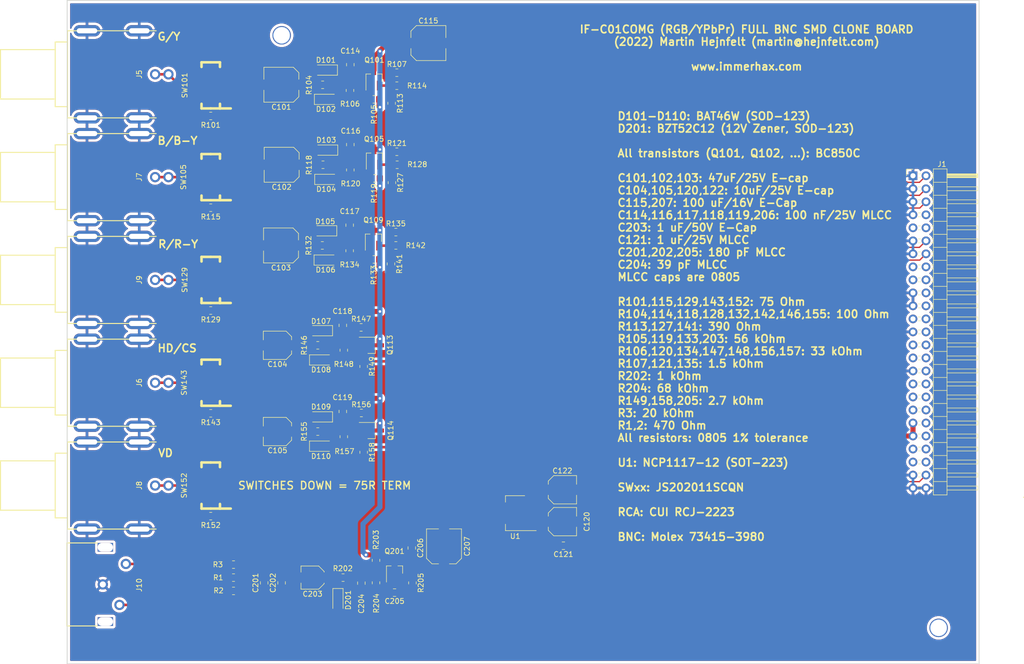
<source format=kicad_pcb>
(kicad_pcb (version 20171130) (host pcbnew 5.1.12-84ad8e8a86~92~ubuntu20.04.1)
  (layers (0 F.Cu signal) (31 B.Cu signal) (34 B.Paste user) (35 F.Paste user) (36 B.SilkS user) (37 F.SilkS user) (38 B.Mask user) (39 F.Mask user) (44 Edge.Cuts user))
  (net 0 "")
  (net 1 "Net-(C101-Pad1)")
  (net 2 "Net-(C102-Pad1)")
  (net 3 "Net-(C103-Pad1)")
  (net 4 "Net-(C104-Pad1)")
  (net 5 "Net-(C105-Pad1)")
  (net 6 /VD)
  (net 7 GND)
  (net 8 +12V)
  (net 9 /VCC+14V)
  (net 10 /AUDIO)
  (net 11 "Net-(C203-Pad1)")
  (net 12 /AUDIO_)
  (net 13 /Y)
  (net 14 /B-Y)
  (net 15 /R-Y)
  (net 16 /HD)
  (net 17 /VD_)
  (net 18 /G/Y)
  (net 19 /B/B-Y)
  (net 20 /R/R-Y)
  (net 21 /HD/CS)
  (net 22 "Net-(C204-Pad2)")
  (net 23 "Net-(Q101-Pad2)")
  (net 24 "Net-(Q105-Pad2)")
  (net 25 "Net-(Q109-Pad2)")
  (net 26 /AUDIO_L)
  (net 27 /AUDIO_R)
  (net 28 "Net-(Q101-Pad1)")
  (net 29 "Net-(Q105-Pad1)")
  (net 30 "Net-(Q109-Pad1)")
  (net 31 "Net-(Q113-Pad1)")
  (net 32 "Net-(Q114-Pad1)")
  (net 33 "Net-(R101-Pad1)")
  (net 34 "Net-(R115-Pad1)")
  (net 35 "Net-(R129-Pad2)")
  (net 36 "Net-(R143-Pad1)")
  (net 37 "Net-(R152-Pad2)")
  (module JS202011SCQN:JS202011SCQN (layer F.Cu) (at 77.851 46.99 90)
    (fp_text reference SW101 (at 0 -5.08 90) (layer F.SilkS))
    (fp_text value JS202011SCQN)
    (pad 4 smd rect (at -2.5 -2.75 90) (size 1.2 2.5) (layers F.Cu F.Paste F.Mask) (net 33 "Net-(R101-Pad1)"))
    (pad 1 smd rect (at -2.5 2.75 90) (size 1.2 2.5) (layers F.Cu F.Paste F.Mask))
    (pad 3 smd rect (at 2.5 2.75 90) (size 1.2 2.5) (layers F.Cu F.Paste F.Mask))
    (pad 6 smd rect (at 2.5 -2.75 90) (size 1.2 2.5) (layers F.Cu F.Paste F.Mask))
    (pad 5 smd rect (at 0 -2.75 90) (size 1.2 2.5) (layers F.Cu F.Paste F.Mask) (net 18 /G/Y))
    (pad 2 smd rect (at 0 2.75 90) (size 1.2 2.5) (layers F.Cu F.Paste F.Mask) (net 18 /G/Y))
  )
  (module JS202011SCQN:JS202011SCQN (layer F.Cu) (at 77.851 64.897 90)
    (fp_text reference SW105 (at 0 -5.334 90) (layer F.SilkS))
    (fp_text value JS202011SCQN)
    (pad 4 smd rect (at -2.5 -2.75 90) (size 1.2 2.5) (layers F.Cu F.Paste F.Mask) (net 34 "Net-(R115-Pad1)"))
    (pad 1 smd rect (at -2.5 2.75 90) (size 1.2 2.5) (layers F.Cu F.Paste F.Mask))
    (pad 3 smd rect (at 2.5 2.75 90) (size 1.2 2.5) (layers F.Cu F.Paste F.Mask))
    (pad 6 smd rect (at 2.5 -2.75 90) (size 1.2 2.5) (layers F.Cu F.Paste F.Mask))
    (pad 5 smd rect (at 0 -2.75 90) (size 1.2 2.5) (layers F.Cu F.Paste F.Mask) (net 19 /B/B-Y))
    (pad 2 smd rect (at 0 2.75 90) (size 1.2 2.5) (layers F.Cu F.Paste F.Mask) (net 19 /B/B-Y))
  )
  (module JS202011SCQN:JS202011SCQN (layer F.Cu) (at 77.851 84.963 90)
    (fp_text reference SW129 (at 0 -5.08 90) (layer F.SilkS))
    (fp_text value JS202011SCQN)
    (pad 4 smd rect (at -2.5 -2.75 90) (size 1.2 2.5) (layers F.Cu F.Paste F.Mask) (net 35 "Net-(R129-Pad2)"))
    (pad 1 smd rect (at -2.5 2.75 90) (size 1.2 2.5) (layers F.Cu F.Paste F.Mask))
    (pad 3 smd rect (at 2.5 2.75 90) (size 1.2 2.5) (layers F.Cu F.Paste F.Mask))
    (pad 6 smd rect (at 2.5 -2.75 90) (size 1.2 2.5) (layers F.Cu F.Paste F.Mask))
    (pad 5 smd rect (at 0 -2.75 90) (size 1.2 2.5) (layers F.Cu F.Paste F.Mask) (net 20 /R/R-Y))
    (pad 2 smd rect (at 0 2.75 90) (size 1.2 2.5) (layers F.Cu F.Paste F.Mask) (net 20 /R/R-Y))
  )
  (module JS202011SCQN:JS202011SCQN (layer F.Cu) (at 77.851 105.029 90)
    (fp_text reference SW143 (at 0 -5.207 90) (layer F.SilkS))
    (fp_text value JS202011SCQN)
    (pad 4 smd rect (at -2.5 -2.75 90) (size 1.2 2.5) (layers F.Cu F.Paste F.Mask) (net 36 "Net-(R143-Pad1)"))
    (pad 1 smd rect (at -2.5 2.75 90) (size 1.2 2.5) (layers F.Cu F.Paste F.Mask))
    (pad 3 smd rect (at 2.5 2.75 90) (size 1.2 2.5) (layers F.Cu F.Paste F.Mask))
    (pad 6 smd rect (at 2.5 -2.75 90) (size 1.2 2.5) (layers F.Cu F.Paste F.Mask))
    (pad 5 smd rect (at 0 -2.75 90) (size 1.2 2.5) (layers F.Cu F.Paste F.Mask) (net 21 /HD/CS))
    (pad 2 smd rect (at 0 2.75 90) (size 1.2 2.5) (layers F.Cu F.Paste F.Mask) (net 21 /HD/CS))
  )
  (module JS202011SCQN:JS202011SCQN (layer F.Cu) (at 77.851 125.095 90)
    (fp_text reference SW152 (at 0 -5.207 90) (layer F.SilkS))
    (fp_text value JS202011SCQN)
    (pad 4 smd rect (at -2.5 -2.75 90) (size 1.2 2.5) (layers F.Cu F.Paste F.Mask) (net 37 "Net-(R152-Pad2)"))
    (pad 1 smd rect (at -2.5 2.75 90) (size 1.2 2.5) (layers F.Cu F.Paste F.Mask))
    (pad 3 smd rect (at 2.5 2.75 90) (size 1.2 2.5) (layers F.Cu F.Paste F.Mask))
    (pad 6 smd rect (at 2.5 -2.75 90) (size 1.2 2.5) (layers F.Cu F.Paste F.Mask))
    (pad 5 smd rect (at 0 -2.75 90) (size 1.2 2.5) (layers F.Cu F.Paste F.Mask) (net 6 /VD))
    (pad 2 smd rect (at 0 2.75 90) (size 1.2 2.5) (layers F.Cu F.Paste F.Mask) (net 6 /VD))
  )
  (module Molex-BNC:73415-3980 (layer F.Cu) (at 69.596 105.029 270)
    (fp_text reference J6 (at 0 5.7 90) (layer F.SilkS))
    (fp_text value 73415-3980)
    (pad 2 thru_hole circle (at 0 0 270) (size 2 2) (drill 1.2) (layers *.Cu *.Mask) (net 21 /HD/CS))
    (pad 1 thru_hole circle (at 0 2.6 270) (size 2 2) (drill 1.2) (layers *.Cu *.Mask) (net 21 /HD/CS))
    (pad 3 thru_hole oval (at 8.5 5.7 270) (size 2.2 5.2) (drill oval 1 4) (layers *.Cu *.Mask) (net 7 GND))
    (pad 3 thru_hole oval (at 8.5 15.9 270) (size 2.2 5.2) (drill oval 1 4) (layers *.Cu *.Mask) (net 7 GND))
    (pad 3 thru_hole oval (at -8.5 5.7 270) (size 2.2 5.2) (drill oval 1 4) (layers *.Cu *.Mask) (net 7 GND))
    (pad 3 thru_hole oval (at -8.5 15.9 270) (size 2.2 5.2) (drill oval 1 4) (layers *.Cu *.Mask) (net 7 GND))
  )
  (module Package_TO_SOT_SMD:SOT-223-3_TabPin2 (layer F.Cu) (at 137.287 130.4925 180)
    (fp_text reference U1 (at 0 -4.5) (layer F.SilkS))
    (fp_text value NCP1117-12_SOT223)
    (pad 2 smd rect (at 3.15 0 180) (size 2 3.8) (layers F.Cu F.Paste F.Mask) (net 8 +12V))
    (pad 2 smd rect (at -3.15 0 180) (size 2 1.5) (layers F.Cu F.Paste F.Mask) (net 8 +12V))
    (pad 3 smd rect (at -3.15 2.3 180) (size 2 1.5) (layers F.Cu F.Paste F.Mask) (net 9 /VCC+14V))
    (pad 1 smd rect (at -3.15 -2.3 180) (size 2 1.5) (layers F.Cu F.Paste F.Mask) (net 7 GND))
  )
  (module Mounting_Holes:MountingHole_3.2mm_M3 (layer F.Cu) (at 91.694 37.211)
    (fp_text reference J3 hide)
    (fp_text value TEST_1P)
    (pad "" np_thru_hole circle (at 0 0) (size 3.6 3.6) (drill 3.2) (layers *.Cu *.Mask))
  )
  (module Mounting_Holes:MountingHole_3.2mm_M3 (layer F.Cu) (at 219.925 152.875)
    (fp_text reference J4 hide)
    (fp_text value TEST_1P)
    (pad "" np_thru_hole circle (at 0 0) (size 3.6 3.6) (drill 3.2) (layers *.Cu *.Mask))
  )
  (module Pin_Headers:Pin_Header_Angled_2x25_Pitch2.54mm (layer F.Cu) (at 214.92 64.63)
    (fp_text reference J1 (at 5.655 -2.27) (layer F.SilkS))
    (fp_text value Conn_02x25_Odd_Even)
    (pad 1 thru_hole rect (at 0 0) (size 1.7 1.7) (drill 1) (layers *.Cu *.Mask) (net 7 GND))
    (pad 2 thru_hole oval (at 2.54 0) (size 1.7 1.7) (drill 1) (layers *.Cu *.Mask) (net 13 /Y))
    (pad 3 thru_hole oval (at 0 2.54) (size 1.7 1.7) (drill 1) (layers *.Cu *.Mask) (net 7 GND))
    (pad 4 thru_hole oval (at 2.54 2.54) (size 1.7 1.7) (drill 1) (layers *.Cu *.Mask) (net 14 /B-Y))
    (pad 5 thru_hole oval (at 0 5.08) (size 1.7 1.7) (drill 1) (layers *.Cu *.Mask) (net 7 GND))
    (pad 6 thru_hole oval (at 2.54 5.08) (size 1.7 1.7) (drill 1) (layers *.Cu *.Mask) (net 15 /R-Y))
    (pad 7 thru_hole oval (at 0 7.62) (size 1.7 1.7) (drill 1) (layers *.Cu *.Mask) (net 7 GND))
    (pad 8 thru_hole oval (at 2.54 7.62) (size 1.7 1.7) (drill 1) (layers *.Cu *.Mask))
    (pad 9 thru_hole oval (at 0 10.16) (size 1.7 1.7) (drill 1) (layers *.Cu *.Mask))
    (pad 10 thru_hole oval (at 2.54 10.16) (size 1.7 1.7) (drill 1) (layers *.Cu *.Mask))
    (pad 11 thru_hole oval (at 0 12.7) (size 1.7 1.7) (drill 1) (layers *.Cu *.Mask) (net 7 GND))
    (pad 12 thru_hole oval (at 2.54 12.7) (size 1.7 1.7) (drill 1) (layers *.Cu *.Mask) (net 16 /HD))
    (pad 13 thru_hole oval (at 0 15.24) (size 1.7 1.7) (drill 1) (layers *.Cu *.Mask) (net 7 GND))
    (pad 14 thru_hole oval (at 2.54 15.24) (size 1.7 1.7) (drill 1) (layers *.Cu *.Mask) (net 17 /VD_))
    (pad 15 thru_hole oval (at 0 17.78) (size 1.7 1.7) (drill 1) (layers *.Cu *.Mask))
    (pad 16 thru_hole oval (at 2.54 17.78) (size 1.7 1.7) (drill 1) (layers *.Cu *.Mask))
    (pad 17 thru_hole oval (at 0 20.32) (size 1.7 1.7) (drill 1) (layers *.Cu *.Mask))
    (pad 18 thru_hole oval (at 2.54 20.32) (size 1.7 1.7) (drill 1) (layers *.Cu *.Mask))
    (pad 19 thru_hole oval (at 0 22.86) (size 1.7 1.7) (drill 1) (layers *.Cu *.Mask) (net 7 GND))
    (pad 20 thru_hole oval (at 2.54 22.86) (size 1.7 1.7) (drill 1) (layers *.Cu *.Mask))
    (pad 21 thru_hole oval (at 0 25.4) (size 1.7 1.7) (drill 1) (layers *.Cu *.Mask) (net 7 GND))
    (pad 22 thru_hole oval (at 2.54 25.4) (size 1.7 1.7) (drill 1) (layers *.Cu *.Mask))
    (pad 23 thru_hole oval (at 0 27.94) (size 1.7 1.7) (drill 1) (layers *.Cu *.Mask))
    (pad 24 thru_hole oval (at 2.54 27.94) (size 1.7 1.7) (drill 1) (layers *.Cu *.Mask))
    (pad 25 thru_hole oval (at 0 30.48) (size 1.7 1.7) (drill 1) (layers *.Cu *.Mask) (net 7 GND))
    (pad 26 thru_hole oval (at 2.54 30.48) (size 1.7 1.7) (drill 1) (layers *.Cu *.Mask))
    (pad 27 thru_hole oval (at 0 33.02) (size 1.7 1.7) (drill 1) (layers *.Cu *.Mask))
    (pad 28 thru_hole oval (at 2.54 33.02) (size 1.7 1.7) (drill 1) (layers *.Cu *.Mask))
    (pad 29 thru_hole oval (at 0 35.56) (size 1.7 1.7) (drill 1) (layers *.Cu *.Mask))
    (pad 30 thru_hole oval (at 2.54 35.56) (size 1.7 1.7) (drill 1) (layers *.Cu *.Mask))
    (pad 31 thru_hole oval (at 0 38.1) (size 1.7 1.7) (drill 1) (layers *.Cu *.Mask) (net 7 GND))
    (pad 32 thru_hole oval (at 2.54 38.1) (size 1.7 1.7) (drill 1) (layers *.Cu *.Mask))
    (pad 33 thru_hole oval (at 0 40.64) (size 1.7 1.7) (drill 1) (layers *.Cu *.Mask))
    (pad 34 thru_hole oval (at 2.54 40.64) (size 1.7 1.7) (drill 1) (layers *.Cu *.Mask))
    (pad 35 thru_hole oval (at 0 43.18) (size 1.7 1.7) (drill 1) (layers *.Cu *.Mask))
    (pad 36 thru_hole oval (at 2.54 43.18) (size 1.7 1.7) (drill 1) (layers *.Cu *.Mask))
    (pad 37 thru_hole oval (at 0 45.72) (size 1.7 1.7) (drill 1) (layers *.Cu *.Mask))
    (pad 38 thru_hole oval (at 2.54 45.72) (size 1.7 1.7) (drill 1) (layers *.Cu *.Mask))
    (pad 39 thru_hole oval (at 0 48.26) (size 1.7 1.7) (drill 1) (layers *.Cu *.Mask) (net 9 /VCC+14V))
    (pad 40 thru_hole oval (at 2.54 48.26) (size 1.7 1.7) (drill 1) (layers *.Cu *.Mask))
    (pad 41 thru_hole oval (at 0 50.8) (size 1.7 1.7) (drill 1) (layers *.Cu *.Mask) (net 9 /VCC+14V))
    (pad 42 thru_hole oval (at 2.54 50.8) (size 1.7 1.7) (drill 1) (layers *.Cu *.Mask))
    (pad 43 thru_hole oval (at 0 53.34) (size 1.7 1.7) (drill 1) (layers *.Cu *.Mask))
    (pad 44 thru_hole oval (at 2.54 53.34) (size 1.7 1.7) (drill 1) (layers *.Cu *.Mask))
    (pad 45 thru_hole oval (at 0 55.88) (size 1.7 1.7) (drill 1) (layers *.Cu *.Mask))
    (pad 46 thru_hole oval (at 2.54 55.88) (size 1.7 1.7) (drill 1) (layers *.Cu *.Mask))
    (pad 47 thru_hole oval (at 0 58.42) (size 1.7 1.7) (drill 1) (layers *.Cu *.Mask) (net 7 GND))
    (pad 48 thru_hole oval (at 2.54 58.42) (size 1.7 1.7) (drill 1) (layers *.Cu *.Mask) (net 12 /AUDIO_))
    (pad 49 thru_hole oval (at 0 60.96) (size 1.7 1.7) (drill 1) (layers *.Cu *.Mask) (net 7 GND))
    (pad 50 thru_hole oval (at 2.54 60.96) (size 1.7 1.7) (drill 1) (layers *.Cu *.Mask) (net 7 GND))
  )
  (module Package_TO_SOT_SMD:SOT-23_Handsoldering (layer F.Cu) (at 109.728 45.5295 90)
    (fp_text reference Q101 (at 3.4925 0.0635 180) (layer F.SilkS))
    (fp_text value BC850C)
    (pad 3 smd rect (at 1.5 0 90) (size 1.9 0.8) (layers F.Cu F.Paste F.Mask) (net 8 +12V))
    (pad 2 smd rect (at -1.5 0.95 90) (size 1.9 0.8) (layers F.Cu F.Paste F.Mask) (net 23 "Net-(Q101-Pad2)"))
    (pad 1 smd rect (at -1.5 -0.95 90) (size 1.9 0.8) (layers F.Cu F.Paste F.Mask) (net 28 "Net-(Q101-Pad1)"))
  )
  (module Package_TO_SOT_SMD:SOT-23_Handsoldering (layer F.Cu) (at 109.7915 60.96 90)
    (fp_text reference Q105 (at 3.4925 -0.0635 180) (layer F.SilkS))
    (fp_text value BC850C)
    (pad 3 smd rect (at 1.5 0 90) (size 1.9 0.8) (layers F.Cu F.Paste F.Mask) (net 8 +12V))
    (pad 2 smd rect (at -1.5 0.95 90) (size 1.9 0.8) (layers F.Cu F.Paste F.Mask) (net 24 "Net-(Q105-Pad2)"))
    (pad 1 smd rect (at -1.5 -0.95 90) (size 1.9 0.8) (layers F.Cu F.Paste F.Mask) (net 29 "Net-(Q105-Pad1)"))
  )
  (module Package_TO_SOT_SMD:SOT-23_Handsoldering (layer F.Cu) (at 109.601 76.7715 90)
    (fp_text reference Q109 (at 3.4925 0 180) (layer F.SilkS))
    (fp_text value BC850C)
    (pad 1 smd rect (at -1.5 -0.95 90) (size 1.9 0.8) (layers F.Cu F.Paste F.Mask) (net 30 "Net-(Q109-Pad1)"))
    (pad 2 smd rect (at -1.5 0.95 90) (size 1.9 0.8) (layers F.Cu F.Paste F.Mask) (net 25 "Net-(Q109-Pad2)"))
    (pad 3 smd rect (at 1.5 0 90) (size 1.9 0.8) (layers F.Cu F.Paste F.Mask) (net 8 +12V))
  )
  (module Package_TO_SOT_SMD:SOT-23_Handsoldering (layer F.Cu) (at 109.22 97.7265)
    (fp_text reference Q113 (at 3.6195 -0.0635 270) (layer F.SilkS))
    (fp_text value BC850C)
    (pad 1 smd rect (at -1.5 -0.95) (size 1.9 0.8) (layers F.Cu F.Paste F.Mask) (net 31 "Net-(Q113-Pad1)"))
    (pad 2 smd rect (at -1.5 0.95) (size 1.9 0.8) (layers F.Cu F.Paste F.Mask) (net 16 /HD))
    (pad 3 smd rect (at 1.5 0) (size 1.9 0.8) (layers F.Cu F.Paste F.Mask) (net 8 +12V))
  )
  (module Package_TO_SOT_SMD:SOT-23_Handsoldering (layer F.Cu) (at 109.22 114.3635)
    (fp_text reference Q114 (at 3.7465 0 90) (layer F.SilkS))
    (fp_text value BC850C)
    (pad 1 smd rect (at -1.5 -0.95) (size 1.9 0.8) (layers F.Cu F.Paste F.Mask) (net 32 "Net-(Q114-Pad1)"))
    (pad 2 smd rect (at -1.5 0.95) (size 1.9 0.8) (layers F.Cu F.Paste F.Mask) (net 17 /VD_))
    (pad 3 smd rect (at 1.5 0) (size 1.9 0.8) (layers F.Cu F.Paste F.Mask) (net 8 +12V))
  )
  (module Package_TO_SOT_SMD:SOT-23_Handsoldering (layer F.Cu) (at 113.7285 141.5415 90)
    (fp_text reference Q201 (at 3.6195 0 180) (layer F.SilkS))
    (fp_text value BC850C)
    (pad 3 smd rect (at 1.5 0 90) (size 1.9 0.8) (layers F.Cu F.Paste F.Mask) (net 8 +12V))
    (pad 2 smd rect (at -1.5 0.95 90) (size 1.9 0.8) (layers F.Cu F.Paste F.Mask) (net 12 /AUDIO_))
    (pad 1 smd rect (at -1.5 -0.95 90) (size 1.9 0.8) (layers F.Cu F.Paste F.Mask) (net 22 "Net-(C204-Pad2)"))
  )
  (module Capacitor_SMD:C_Elec_6.3x5.4 (layer F.Cu) (at 91.6305 46.863 180)
    (fp_text reference C101 (at 0 -4.35) (layer F.SilkS))
    (fp_text value 47uF/25V)
    (pad 1 smd roundrect (at -2.5375 0 180) (size 3.325 1.6) (layers F.Cu F.Paste F.Mask) (roundrect_rratio 0.15625) (net 1 "Net-(C101-Pad1)"))
    (pad 2 smd roundrect (at 2.5375 0 180) (size 3.325 1.6) (layers F.Cu F.Paste F.Mask) (roundrect_rratio 0.15625) (net 18 /G/Y))
  )
  (module Capacitor_SMD:C_Elec_6.3x5.4 (layer F.Cu) (at 91.694 62.484 180)
    (fp_text reference C102 (at 0 -4.35) (layer F.SilkS))
    (fp_text value 47uF/25V)
    (pad 2 smd roundrect (at 2.5375 0 180) (size 3.325 1.6) (layers F.Cu F.Paste F.Mask) (roundrect_rratio 0.15625) (net 19 /B/B-Y))
    (pad 1 smd roundrect (at -2.5375 0 180) (size 3.325 1.6) (layers F.Cu F.Paste F.Mask) (roundrect_rratio 0.15625) (net 2 "Net-(C102-Pad1)"))
  )
  (module Capacitor_SMD:C_Elec_6.3x5.4 (layer F.Cu) (at 91.567 78.232 180)
    (fp_text reference C103 (at 0 -4.35) (layer F.SilkS))
    (fp_text value 47uF/25V)
    (pad 1 smd roundrect (at -2.5375 0 180) (size 3.325 1.6) (layers F.Cu F.Paste F.Mask) (roundrect_rratio 0.15625) (net 3 "Net-(C103-Pad1)"))
    (pad 2 smd roundrect (at 2.5375 0 180) (size 3.325 1.6) (layers F.Cu F.Paste F.Mask) (roundrect_rratio 0.15625) (net 20 /R/R-Y))
  )
  (module Capacitor_SMD:C_Elec_5x5.4 (layer F.Cu) (at 90.8685 97.7265 180)
    (fp_text reference C104 (at 0 -3.7) (layer F.SilkS))
    (fp_text value 10uF/50V)
    (pad 2 smd roundrect (at 2.0625 0 180) (size 2.775 1.6) (layers F.Cu F.Paste F.Mask) (roundrect_rratio 0.15625) (net 21 /HD/CS))
    (pad 1 smd roundrect (at -2.0625 0 180) (size 2.775 1.6) (layers F.Cu F.Paste F.Mask) (roundrect_rratio 0.15625) (net 4 "Net-(C104-Pad1)"))
  )
  (module Capacitor_SMD:C_Elec_5x5.4 (layer F.Cu) (at 90.8685 114.554 180)
    (fp_text reference C105 (at 0 -3.7) (layer F.SilkS))
    (fp_text value 10uF/50V)
    (pad 1 smd roundrect (at -2.0625 0 180) (size 2.775 1.6) (layers F.Cu F.Paste F.Mask) (roundrect_rratio 0.15625) (net 5 "Net-(C105-Pad1)"))
    (pad 2 smd roundrect (at 2.0625 0 180) (size 2.775 1.6) (layers F.Cu F.Paste F.Mask) (roundrect_rratio 0.15625) (net 6 /VD))
  )
  (module Capacitor_SMD:C_0805_2012Metric_Pad1.18x1.45mm_HandSolder (layer F.Cu) (at 105.0925 42.9475 270)
    (fp_text reference C114 (at -2.6885 0 180) (layer F.SilkS))
    (fp_text value 100nF)
    (pad 1 smd roundrect (at -1.0375 0 270) (size 1.175 1.45) (layers F.Cu F.Paste F.Mask) (roundrect_rratio 0.2127659574468085) (net 7 GND))
    (pad 2 smd roundrect (at 1.0375 0 270) (size 1.175 1.45) (layers F.Cu F.Paste F.Mask) (roundrect_rratio 0.2127659574468085) (net 8 +12V))
  )
  (module Capacitor_SMD:C_Elec_6.3x5.4 (layer F.Cu) (at 120.3325 38.735)
    (fp_text reference C115 (at 0 -4.35) (layer F.SilkS))
    (fp_text value 100uF/16V)
    (pad 1 smd roundrect (at -2.5375 0) (size 3.325 1.6) (layers F.Cu F.Paste F.Mask) (roundrect_rratio 0.15625) (net 8 +12V))
    (pad 2 smd roundrect (at 2.5375 0) (size 3.325 1.6) (layers F.Cu F.Paste F.Mask) (roundrect_rratio 0.15625) (net 7 GND))
  )
  (module Capacitor_SMD:C_0805_2012Metric_Pad1.18x1.45mm_HandSolder (layer F.Cu) (at 105.0925 58.547 270)
    (fp_text reference C116 (at -2.667 -0.0635 180) (layer F.SilkS))
    (fp_text value 100nF)
    (pad 1 smd roundrect (at -1.0375 0 270) (size 1.175 1.45) (layers F.Cu F.Paste F.Mask) (roundrect_rratio 0.2127659574468085) (net 7 GND))
    (pad 2 smd roundrect (at 1.0375 0 270) (size 1.175 1.45) (layers F.Cu F.Paste F.Mask) (roundrect_rratio 0.2127659574468085) (net 8 +12V))
  )
  (module Capacitor_SMD:C_0805_2012Metric_Pad1.18x1.45mm_HandSolder (layer F.Cu) (at 104.9655 74.2735 270)
    (fp_text reference C117 (at -2.709 0 180) (layer F.SilkS))
    (fp_text value 100nF)
    (pad 1 smd roundrect (at -1.0375 0 270) (size 1.175 1.45) (layers F.Cu F.Paste F.Mask) (roundrect_rratio 0.2127659574468085) (net 7 GND))
    (pad 2 smd roundrect (at 1.0375 0 270) (size 1.175 1.45) (layers F.Cu F.Paste F.Mask) (roundrect_rratio 0.2127659574468085) (net 8 +12V))
  )
  (module Capacitor_SMD:C_0805_2012Metric_Pad1.18x1.45mm_HandSolder (layer F.Cu) (at 103.632 93.8315 270)
    (fp_text reference C118 (at -2.7725 0.0635 180) (layer F.SilkS))
    (fp_text value 100nF)
    (pad 1 smd roundrect (at -1.0375 0 270) (size 1.175 1.45) (layers F.Cu F.Paste F.Mask) (roundrect_rratio 0.2127659574468085) (net 7 GND))
    (pad 2 smd roundrect (at 1.0375 0 270) (size 1.175 1.45) (layers F.Cu F.Paste F.Mask) (roundrect_rratio 0.2127659574468085) (net 8 +12V))
  )
  (module Capacitor_SMD:C_0805_2012Metric_Pad1.18x1.45mm_HandSolder (layer F.Cu) (at 103.632 110.6385 270)
    (fp_text reference C119 (at -2.752 0.0635 180) (layer F.SilkS))
    (fp_text value 100nF)
    (pad 2 smd roundrect (at 1.0375 0 270) (size 1.175 1.45) (layers F.Cu F.Paste F.Mask) (roundrect_rratio 0.2127659574468085) (net 8 +12V))
    (pad 1 smd roundrect (at -1.0375 0 270) (size 1.175 1.45) (layers F.Cu F.Paste F.Mask) (roundrect_rratio 0.2127659574468085) (net 7 GND))
  )
  (module Capacitor_SMD:C_Elec_5x5.4 (layer F.Cu) (at 146.4945 132.1435)
    (fp_text reference C120 (at 4.7625 0 90) (layer F.SilkS))
    (fp_text value 10uF/25V)
    (pad 1 smd roundrect (at -2.0625 0) (size 2.775 1.6) (layers F.Cu F.Paste F.Mask) (roundrect_rratio 0.15625) (net 8 +12V))
    (pad 2 smd roundrect (at 2.0625 0) (size 2.775 1.6) (layers F.Cu F.Paste F.Mask) (roundrect_rratio 0.15625) (net 7 GND))
  )
  (module Capacitor_SMD:C_0805_2012Metric_Pad1.18x1.45mm_HandSolder (layer F.Cu) (at 146.685 136.8425 180)
    (fp_text reference C121 (at 0 -1.68) (layer F.SilkS))
    (fp_text value 1uF/25V)
    (pad 2 smd roundrect (at 1.0375 0 180) (size 1.175 1.45) (layers F.Cu F.Paste F.Mask) (roundrect_rratio 0.2127659574468085) (net 8 +12V))
    (pad 1 smd roundrect (at -1.0375 0 180) (size 1.175 1.45) (layers F.Cu F.Paste F.Mask) (roundrect_rratio 0.2127659574468085) (net 7 GND))
  )
  (module Capacitor_SMD:C_Elec_5x5.4 (layer F.Cu) (at 146.4945 125.9205)
    (fp_text reference C122 (at 0 -3.7) (layer F.SilkS))
    (fp_text value 10uF/25V)
    (pad 2 smd roundrect (at 2.0625 0) (size 2.775 1.6) (layers F.Cu F.Paste F.Mask) (roundrect_rratio 0.15625) (net 7 GND))
    (pad 1 smd roundrect (at -2.0625 0) (size 2.775 1.6) (layers F.Cu F.Paste F.Mask) (roundrect_rratio 0.15625) (net 9 /VCC+14V))
  )
  (module Capacitor_SMD:C_0805_2012Metric_Pad1.18x1.45mm_HandSolder (layer F.Cu) (at 88.281 144.097 90)
    (fp_text reference C201 (at 0 -1.68 90) (layer F.SilkS))
    (fp_text value 180pF)
    (pad 1 smd roundrect (at -1.0375 0 90) (size 1.175 1.45) (layers F.Cu F.Paste F.Mask) (roundrect_rratio 0.2127659574468085) (net 7 GND))
    (pad 2 smd roundrect (at 1.0375 0 90) (size 1.175 1.45) (layers F.Cu F.Paste F.Mask) (roundrect_rratio 0.2127659574468085) (net 10 /AUDIO))
  )
  (module Capacitor_SMD:C_0805_2012Metric_Pad1.18x1.45mm_HandSolder (layer F.Cu) (at 91.681 144.097 90)
    (fp_text reference C202 (at 0 -1.68 90) (layer F.SilkS))
    (fp_text value 180pF)
    (pad 2 smd roundrect (at 1.0375 0 90) (size 1.175 1.45) (layers F.Cu F.Paste F.Mask) (roundrect_rratio 0.2127659574468085) (net 10 /AUDIO))
    (pad 1 smd roundrect (at -1.0375 0 90) (size 1.175 1.45) (layers F.Cu F.Paste F.Mask) (roundrect_rratio 0.2127659574468085) (net 7 GND))
  )
  (module Capacitor_SMD:C_Elec_4x5.4 (layer F.Cu) (at 97.7265 143.0655 180)
    (fp_text reference C203 (at 0 -3.2) (layer F.SilkS))
    (fp_text value 1uF/50V)
    (pad 1 smd roundrect (at -1.675 0 180) (size 2.65 1.6) (layers F.Cu F.Paste F.Mask) (roundrect_rratio 0.15625) (net 11 "Net-(C203-Pad1)"))
    (pad 2 smd roundrect (at 1.675 0 180) (size 2.65 1.6) (layers F.Cu F.Paste F.Mask) (roundrect_rratio 0.15625) (net 10 /AUDIO))
  )
  (module Capacitor_SMD:C_0805_2012Metric_Pad1.18x1.45mm_HandSolder (layer F.Cu) (at 107.2515 144.145 90)
    (fp_text reference C204 (at -4.022 0 90) (layer F.SilkS))
    (fp_text value 39pF)
    (pad 2 smd roundrect (at 1.0375 0 90) (size 1.175 1.45) (layers F.Cu F.Paste F.Mask) (roundrect_rratio 0.2127659574468085) (net 22 "Net-(C204-Pad2)"))
    (pad 1 smd roundrect (at -1.0375 0 90) (size 1.175 1.45) (layers F.Cu F.Paste F.Mask) (roundrect_rratio 0.2127659574468085) (net 7 GND))
  )
  (module Capacitor_SMD:C_0805_2012Metric_Pad1.18x1.45mm_HandSolder (layer F.Cu) (at 113.7285 145.9865 180)
    (fp_text reference C205 (at 0 -1.68) (layer F.SilkS))
    (fp_text value 180pF)
    (pad 1 smd roundrect (at -1.0375 0 180) (size 1.175 1.45) (layers F.Cu F.Paste F.Mask) (roundrect_rratio 0.2127659574468085) (net 12 /AUDIO_))
    (pad 2 smd roundrect (at 1.0375 0 180) (size 1.175 1.45) (layers F.Cu F.Paste F.Mask) (roundrect_rratio 0.2127659574468085) (net 22 "Net-(C204-Pad2)"))
  )
  (module Capacitor_SMD:C_0805_2012Metric_Pad1.18x1.45mm_HandSolder (layer F.Cu) (at 117.094 137.287 270)
    (fp_text reference C206 (at 0 -1.68 90) (layer F.SilkS))
    (fp_text value 100nF)
    (pad 2 smd roundrect (at 1.0375 0 270) (size 1.175 1.45) (layers F.Cu F.Paste F.Mask) (roundrect_rratio 0.2127659574468085) (net 8 +12V))
    (pad 1 smd roundrect (at -1.0375 0 270) (size 1.175 1.45) (layers F.Cu F.Paste F.Mask) (roundrect_rratio 0.2127659574468085) (net 7 GND))
  )
  (module Capacitor_SMD:C_Elec_6.3x5.4 (layer F.Cu) (at 123.3805 136.9695 90)
    (fp_text reference C207 (at 0 4.5085 90) (layer F.SilkS))
    (fp_text value 100uF/16V)
    (pad 2 smd roundrect (at 2.5375 0 90) (size 3.325 1.6) (layers F.Cu F.Paste F.Mask) (roundrect_rratio 0.15625) (net 7 GND))
    (pad 1 smd roundrect (at -2.5375 0 90) (size 3.325 1.6) (layers F.Cu F.Paste F.Mask) (roundrect_rratio 0.15625) (net 8 +12V))
  )
  (module Diode_SMD:D_SOD-123 (layer F.Cu) (at 100.33 44.0055 180)
    (fp_text reference D101 (at 0 1.959) (layer F.SilkS))
    (fp_text value BAT46-TR)
    (pad 1 smd rect (at -1.65 0 180) (size 0.9 1.2) (layers F.Cu F.Paste F.Mask) (net 8 +12V))
    (pad 2 smd rect (at 1.65 0 180) (size 0.9 1.2) (layers F.Cu F.Paste F.Mask) (net 1 "Net-(C101-Pad1)"))
  )
  (module Diode_SMD:D_SOD-123 (layer F.Cu) (at 100.33 49.7205)
    (fp_text reference D102 (at 0 1.905) (layer F.SilkS))
    (fp_text value BAT46-TR)
    (pad 1 smd rect (at -1.65 0) (size 0.9 1.2) (layers F.Cu F.Paste F.Mask) (net 1 "Net-(C101-Pad1)"))
    (pad 2 smd rect (at 1.65 0) (size 0.9 1.2) (layers F.Cu F.Paste F.Mask) (net 7 GND))
  )
  (module Diode_SMD:D_SOD-123 (layer F.Cu) (at 100.3935 59.6265 180)
    (fp_text reference D103 (at 0 1.9685) (layer F.SilkS))
    (fp_text value BAT46-TR)
    (pad 2 smd rect (at 1.65 0 180) (size 0.9 1.2) (layers F.Cu F.Paste F.Mask) (net 2 "Net-(C102-Pad1)"))
    (pad 1 smd rect (at -1.65 0 180) (size 0.9 1.2) (layers F.Cu F.Paste F.Mask) (net 8 +12V))
  )
  (module Diode_SMD:D_SOD-123 (layer F.Cu) (at 100.3935 65.3415)
    (fp_text reference D104 (at 0 1.905) (layer F.SilkS))
    (fp_text value BAT46-TR)
    (pad 1 smd rect (at -1.65 0) (size 0.9 1.2) (layers F.Cu F.Paste F.Mask) (net 2 "Net-(C102-Pad1)"))
    (pad 2 smd rect (at 1.65 0) (size 0.9 1.2) (layers F.Cu F.Paste F.Mask) (net 7 GND))
  )
  (module Diode_SMD:D_SOD-123 (layer F.Cu) (at 100.203 75.3745 180)
    (fp_text reference D105 (at 0 1.8175) (layer F.SilkS))
    (fp_text value BAT46-TR)
    (pad 2 smd rect (at 1.65 0 180) (size 0.9 1.2) (layers F.Cu F.Paste F.Mask) (net 3 "Net-(C103-Pad1)"))
    (pad 1 smd rect (at -1.65 0 180) (size 0.9 1.2) (layers F.Cu F.Paste F.Mask) (net 8 +12V))
  )
  (module Diode_SMD:D_SOD-123 (layer F.Cu) (at 100.2665 81.0895)
    (fp_text reference D106 (at 0 1.905) (layer F.SilkS))
    (fp_text value BAT46-TR)
    (pad 1 smd rect (at -1.65 0) (size 0.9 1.2) (layers F.Cu F.Paste F.Mask) (net 3 "Net-(C103-Pad1)"))
    (pad 2 smd rect (at 1.65 0) (size 0.9 1.2) (layers F.Cu F.Paste F.Mask) (net 7 GND))
  )
  (module Diode_SMD:D_SOD-123 (layer F.Cu) (at 99.3775 94.869 180)
    (fp_text reference D107 (at 0 1.8415) (layer F.SilkS))
    (fp_text value BAT46-TR)
    (pad 2 smd rect (at 1.65 0 180) (size 0.9 1.2) (layers F.Cu F.Paste F.Mask) (net 4 "Net-(C104-Pad1)"))
    (pad 1 smd rect (at -1.65 0 180) (size 0.9 1.2) (layers F.Cu F.Paste F.Mask) (net 8 +12V))
  )
  (module Diode_SMD:D_SOD-123 (layer F.Cu) (at 99.3775 100.584)
    (fp_text reference D108 (at 0 1.905) (layer F.SilkS))
    (fp_text value BAT46-TR)
    (pad 1 smd rect (at -1.65 0) (size 0.9 1.2) (layers F.Cu F.Paste F.Mask) (net 4 "Net-(C104-Pad1)"))
    (pad 2 smd rect (at 1.65 0) (size 0.9 1.2) (layers F.Cu F.Paste F.Mask) (net 7 GND))
  )
  (module Diode_SMD:D_SOD-123 (layer F.Cu) (at 99.3775 111.6965 180)
    (fp_text reference D109 (at 0 1.9685) (layer F.SilkS))
    (fp_text value BAT46-TR)
    (pad 2 smd rect (at 1.65 0 180) (size 0.9 1.2) (layers F.Cu F.Paste F.Mask) (net 5 "Net-(C105-Pad1)"))
    (pad 1 smd rect (at -1.65 0 180) (size 0.9 1.2) (layers F.Cu F.Paste F.Mask) (net 8 +12V))
  )
  (module Diode_SMD:D_SOD-123 (layer F.Cu) (at 99.3775 117.4115)
    (fp_text reference D110 (at 0 1.9685) (layer F.SilkS))
    (fp_text value BAT46-TR)
    (pad 1 smd rect (at -1.65 0) (size 0.9 1.2) (layers F.Cu F.Paste F.Mask) (net 5 "Net-(C105-Pad1)"))
    (pad 2 smd rect (at 1.65 0) (size 0.9 1.2) (layers F.Cu F.Paste F.Mask) (net 7 GND))
  )
  (module Diode_SMD:D_SOD-123 (layer F.Cu) (at 102.6795 147.447 270)
    (fp_text reference D201 (at 0 -2 90) (layer F.SilkS))
    (fp_text value D_Zener)
    (pad 2 smd rect (at 1.65 0 270) (size 0.9 1.2) (layers F.Cu F.Paste F.Mask) (net 7 GND))
    (pad 1 smd rect (at -1.65 0 270) (size 0.9 1.2) (layers F.Cu F.Paste F.Mask) (net 11 "Net-(C203-Pad1)"))
  )
  (module Resistor_SMD:R_0805_2012Metric_Pad1.20x1.40mm_HandSolder (layer F.Cu) (at 82.296 143.0655 180)
    (fp_text reference R1 (at 2.9845 0) (layer F.SilkS))
    (fp_text value 470R)
    (pad 1 smd roundrect (at -1 0 180) (size 1.2 1.4) (layers F.Cu F.Paste F.Mask) (roundrect_rratio 0.2083325) (net 10 /AUDIO))
    (pad 2 smd roundrect (at 1 0 180) (size 1.2 1.4) (layers F.Cu F.Paste F.Mask) (roundrect_rratio 0.2083325) (net 27 /AUDIO_R))
  )
  (module Resistor_SMD:R_0805_2012Metric_Pad1.20x1.40mm_HandSolder (layer F.Cu) (at 82.296 145.669)
    (fp_text reference R2 (at -2.921 -0.0635) (layer F.SilkS))
    (fp_text value 470R)
    (pad 2 smd roundrect (at 1 0) (size 1.2 1.4) (layers F.Cu F.Paste F.Mask) (roundrect_rratio 0.2083325) (net 10 /AUDIO))
    (pad 1 smd roundrect (at -1 0) (size 1.2 1.4) (layers F.Cu F.Paste F.Mask) (roundrect_rratio 0.2083325) (net 26 /AUDIO_L))
  )
  (module Resistor_SMD:R_0805_2012Metric_Pad1.20x1.40mm_HandSolder (layer F.Cu) (at 82.296 140.5255 180)
    (fp_text reference R3 (at 3.048 0) (layer F.SilkS))
    (fp_text value 20K)
    (pad 1 smd roundrect (at -1 0 180) (size 1.2 1.4) (layers F.Cu F.Paste F.Mask) (roundrect_rratio 0.2083325) (net 10 /AUDIO))
    (pad 2 smd roundrect (at 1 0 180) (size 1.2 1.4) (layers F.Cu F.Paste F.Mask) (roundrect_rratio 0.2083325) (net 7 GND))
  )
  (module Resistor_SMD:R_0805_2012Metric_Pad1.20x1.40mm_HandSolder (layer F.Cu) (at 77.851 52.959)
    (fp_text reference R101 (at 0 1.778) (layer F.SilkS))
    (fp_text value 75)
    (pad 2 smd roundrect (at 1 0) (size 1.2 1.4) (layers F.Cu F.Paste F.Mask) (roundrect_rratio 0.2083325) (net 7 GND))
    (pad 1 smd roundrect (at -1 0) (size 1.2 1.4) (layers F.Cu F.Paste F.Mask) (roundrect_rratio 0.2083325) (net 33 "Net-(R101-Pad1)"))
  )
  (module Resistor_SMD:R_0805_2012Metric_Pad1.20x1.40mm_HandSolder (layer F.Cu) (at 99.695 46.8815 180)
    (fp_text reference R104 (at 2.667 -0.045 90) (layer F.SilkS))
    (fp_text value 100)
    (pad 2 smd roundrect (at 1 0 180) (size 1.2 1.4) (layers F.Cu F.Paste F.Mask) (roundrect_rratio 0.2083325) (net 1 "Net-(C101-Pad1)"))
    (pad 1 smd roundrect (at -1 0 180) (size 1.2 1.4) (layers F.Cu F.Paste F.Mask) (roundrect_rratio 0.2083325) (net 28 "Net-(Q101-Pad1)"))
  )
  (module Resistor_SMD:R_0805_2012Metric_Pad1.20x1.40mm_HandSolder (layer F.Cu) (at 109.728 49.7205 180)
    (fp_text reference R105 (at 0 -2.921 90) (layer F.SilkS))
    (fp_text value 56k)
    (pad 2 smd roundrect (at 1 0 180) (size 1.2 1.4) (layers F.Cu F.Paste F.Mask) (roundrect_rratio 0.2083325) (net 28 "Net-(Q101-Pad1)"))
    (pad 1 smd roundrect (at -1 0 180) (size 1.2 1.4) (layers F.Cu F.Paste F.Mask) (roundrect_rratio 0.2083325) (net 8 +12V))
  )
  (module Resistor_SMD:R_0805_2012Metric_Pad1.20x1.40mm_HandSolder (layer F.Cu) (at 105.029 47.9815 270)
    (fp_text reference R106 (at 2.628 0 180) (layer F.SilkS))
    (fp_text value 33k)
    (pad 2 smd roundrect (at 1 0 270) (size 1.2 1.4) (layers F.Cu F.Paste F.Mask) (roundrect_rratio 0.2083325) (net 7 GND))
    (pad 1 smd roundrect (at -1 0 270) (size 1.2 1.4) (layers F.Cu F.Paste F.Mask) (roundrect_rratio 0.2083325) (net 28 "Net-(Q101-Pad1)"))
  )
  (module Resistor_SMD:R_0805_2012Metric_Pad1.20x1.40mm_HandSolder (layer F.Cu) (at 114.173 44.5135)
    (fp_text reference R107 (at 0 -1.65) (layer F.SilkS))
    (fp_text value 1.5k)
    (pad 1 smd roundrect (at -1 0) (size 1.2 1.4) (layers F.Cu F.Paste F.Mask) (roundrect_rratio 0.2083325) (net 23 "Net-(Q101-Pad2)"))
    (pad 2 smd roundrect (at 1 0) (size 1.2 1.4) (layers F.Cu F.Paste F.Mask) (roundrect_rratio 0.2083325) (net 7 GND))
  )
  (module Resistor_SMD:R_0805_2012Metric_Pad1.20x1.40mm_HandSolder (layer F.Cu) (at 113.157 50.4825 270)
    (fp_text reference R113 (at 0 -1.65 90) (layer F.SilkS))
    (fp_text value 390)
    (pad 2 smd roundrect (at 1 0 270) (size 1.2 1.4) (layers F.Cu F.Paste F.Mask) (roundrect_rratio 0.2083325) (net 7 GND))
    (pad 1 smd roundrect (at -1 0 270) (size 1.2 1.4) (layers F.Cu F.Paste F.Mask) (roundrect_rratio 0.2083325) (net 23 "Net-(Q101-Pad2)"))
  )
  (module Resistor_SMD:R_0805_2012Metric_Pad1.20x1.40mm_HandSolder (layer F.Cu) (at 114.173 47.0535)
    (fp_text reference R114 (at 3.937 0 180) (layer F.SilkS))
    (fp_text value 100)
    (pad 2 smd roundrect (at 1 0) (size 1.2 1.4) (layers F.Cu F.Paste F.Mask) (roundrect_rratio 0.2083325) (net 13 /Y))
    (pad 1 smd roundrect (at -1 0) (size 1.2 1.4) (layers F.Cu F.Paste F.Mask) (roundrect_rratio 0.2083325) (net 23 "Net-(Q101-Pad2)"))
  )
  (module Resistor_SMD:R_0805_2012Metric_Pad1.20x1.40mm_HandSolder (layer F.Cu) (at 77.851 70.866)
    (fp_text reference R115 (at 0 1.778) (layer F.SilkS))
    (fp_text value 75)
    (pad 2 smd roundrect (at 1 0) (size 1.2 1.4) (layers F.Cu F.Paste F.Mask) (roundrect_rratio 0.2083325) (net 7 GND))
    (pad 1 smd roundrect (at -1 0) (size 1.2 1.4) (layers F.Cu F.Paste F.Mask) (roundrect_rratio 0.2083325) (net 34 "Net-(R115-Pad1)"))
  )
  (module Resistor_SMD:R_0805_2012Metric_Pad1.20x1.40mm_HandSolder (layer F.Cu) (at 99.7585 62.484 180)
    (fp_text reference R118 (at 2.7305 -0.0635 90) (layer F.SilkS))
    (fp_text value 100)
    (pad 1 smd roundrect (at -1 0 180) (size 1.2 1.4) (layers F.Cu F.Paste F.Mask) (roundrect_rratio 0.2083325) (net 29 "Net-(Q105-Pad1)"))
    (pad 2 smd roundrect (at 1 0 180) (size 1.2 1.4) (layers F.Cu F.Paste F.Mask) (roundrect_rratio 0.2083325) (net 2 "Net-(C102-Pad1)"))
  )
  (module Resistor_SMD:R_0805_2012Metric_Pad1.20x1.40mm_HandSolder (layer F.Cu) (at 109.855 65.151 180)
    (fp_text reference R119 (at 0.127 -2.921 90) (layer F.SilkS))
    (fp_text value 56k)
    (pad 2 smd roundrect (at 1 0 180) (size 1.2 1.4) (layers F.Cu F.Paste F.Mask) (roundrect_rratio 0.2083325) (net 29 "Net-(Q105-Pad1)"))
    (pad 1 smd roundrect (at -1 0 180) (size 1.2 1.4) (layers F.Cu F.Paste F.Mask) (roundrect_rratio 0.2083325) (net 8 +12V))
  )
  (module Resistor_SMD:R_0805_2012Metric_Pad1.20x1.40mm_HandSolder (layer F.Cu) (at 105.0925 63.5 270)
    (fp_text reference R120 (at 2.667 -0.0635 180) (layer F.SilkS))
    (fp_text value 33k)
    (pad 1 smd roundrect (at -1 0 270) (size 1.2 1.4) (layers F.Cu F.Paste F.Mask) (roundrect_rratio 0.2083325) (net 29 "Net-(Q105-Pad1)"))
    (pad 2 smd roundrect (at 1 0 270) (size 1.2 1.4) (layers F.Cu F.Paste F.Mask) (roundrect_rratio 0.2083325) (net 7 GND))
  )
  (module Resistor_SMD:R_0805_2012Metric_Pad1.20x1.40mm_HandSolder (layer F.Cu) (at 114.173 59.944)
    (fp_text reference R121 (at 0 -1.65) (layer F.SilkS))
    (fp_text value 1.5k)
    (pad 1 smd roundrect (at -1 0) (size 1.2 1.4) (layers F.Cu F.Paste F.Mask) (roundrect_rratio 0.2083325) (net 24 "Net-(Q105-Pad2)"))
    (pad 2 smd roundrect (at 1 0) (size 1.2 1.4) (layers F.Cu F.Paste F.Mask) (roundrect_rratio 0.2083325) (net 7 GND))
  )
  (module Resistor_SMD:R_0805_2012Metric_Pad1.20x1.40mm_HandSolder (layer F.Cu) (at 113.2205 65.9765 270)
    (fp_text reference R127 (at 0 -1.65 90) (layer F.SilkS))
    (fp_text value 390)
    (pad 1 smd roundrect (at -1 0 270) (size 1.2 1.4) (layers F.Cu F.Paste F.Mask) (roundrect_rratio 0.2083325) (net 24 "Net-(Q105-Pad2)"))
    (pad 2 smd roundrect (at 1 0 270) (size 1.2 1.4) (layers F.Cu F.Paste F.Mask) (roundrect_rratio 0.2083325) (net 7 GND))
  )
  (module Resistor_SMD:R_0805_2012Metric_Pad1.20x1.40mm_HandSolder (layer F.Cu) (at 114.2365 62.484)
    (fp_text reference R128 (at 3.937 -0.0635 180) (layer F.SilkS))
    (fp_text value 100)
    (pad 2 smd roundrect (at 1 0) (size 1.2 1.4) (layers F.Cu F.Paste F.Mask) (roundrect_rratio 0.2083325) (net 14 /B-Y))
    (pad 1 smd roundrect (at -1 0) (size 1.2 1.4) (layers F.Cu F.Paste F.Mask) (roundrect_rratio 0.2083325) (net 24 "Net-(Q105-Pad2)"))
  )
  (module Resistor_SMD:R_0805_2012Metric_Pad1.20x1.40mm_HandSolder (layer F.Cu) (at 77.851 90.932 180)
    (fp_text reference R129 (at 0 -1.778) (layer F.SilkS))
    (fp_text value 75)
    (pad 1 smd roundrect (at -1 0 180) (size 1.2 1.4) (layers F.Cu F.Paste F.Mask) (roundrect_rratio 0.2083325) (net 7 GND))
    (pad 2 smd roundrect (at 1 0 180) (size 1.2 1.4) (layers F.Cu F.Paste F.Mask) (roundrect_rratio 0.2083325) (net 35 "Net-(R129-Pad2)"))
  )
  (module Resistor_SMD:R_0805_2012Metric_Pad1.20x1.40mm_HandSolder (layer F.Cu) (at 99.6315 78.232 180)
    (fp_text reference R132 (at 2.667 0 90) (layer F.SilkS))
    (fp_text value 100)
    (pad 1 smd roundrect (at -1 0 180) (size 1.2 1.4) (layers F.Cu F.Paste F.Mask) (roundrect_rratio 0.2083325) (net 30 "Net-(Q109-Pad1)"))
    (pad 2 smd roundrect (at 1 0 180) (size 1.2 1.4) (layers F.Cu F.Paste F.Mask) (roundrect_rratio 0.2083325) (net 3 "Net-(C103-Pad1)"))
  )
  (module Resistor_SMD:R_0805_2012Metric_Pad1.20x1.40mm_HandSolder (layer F.Cu) (at 109.728 80.9625 180)
    (fp_text reference R133 (at 0.0635 -3.048 90) (layer F.SilkS))
    (fp_text value 56k)
    (pad 2 smd roundrect (at 1 0 180) (size 1.2 1.4) (layers F.Cu F.Paste F.Mask) (roundrect_rratio 0.2083325) (net 30 "Net-(Q109-Pad1)"))
    (pad 1 smd roundrect (at -1 0 180) (size 1.2 1.4) (layers F.Cu F.Paste F.Mask) (roundrect_rratio 0.2083325) (net 8 +12V))
  )
  (module Resistor_SMD:R_0805_2012Metric_Pad1.20x1.40mm_HandSolder (layer F.Cu) (at 104.963 79.2725 270)
    (fp_text reference R134 (at 2.706 -0.0025 180) (layer F.SilkS))
    (fp_text value 33k)
    (pad 1 smd roundrect (at -1 0 270) (size 1.2 1.4) (layers F.Cu F.Paste F.Mask) (roundrect_rratio 0.2083325) (net 30 "Net-(Q109-Pad1)"))
    (pad 2 smd roundrect (at 1 0 270) (size 1.2 1.4) (layers F.Cu F.Paste F.Mask) (roundrect_rratio 0.2083325) (net 7 GND))
  )
  (module Resistor_SMD:R_0805_2012Metric_Pad1.20x1.40mm_HandSolder (layer F.Cu) (at 113.9825 75.6285)
    (fp_text reference R135 (at 0 -1.65) (layer F.SilkS))
    (fp_text value 1.5k)
    (pad 2 smd roundrect (at 1 0) (size 1.2 1.4) (layers F.Cu F.Paste F.Mask) (roundrect_rratio 0.2083325) (net 7 GND))
    (pad 1 smd roundrect (at -1 0) (size 1.2 1.4) (layers F.Cu F.Paste F.Mask) (roundrect_rratio 0.2083325) (net 25 "Net-(Q109-Pad2)"))
  )
  (module Resistor_SMD:R_0805_2012Metric_Pad1.20x1.40mm_HandSolder (layer F.Cu) (at 113.03 81.8355 270)
    (fp_text reference R141 (at 0 -1.65 90) (layer F.SilkS))
    (fp_text value 390)
    (pad 2 smd roundrect (at 1 0 270) (size 1.2 1.4) (layers F.Cu F.Paste F.Mask) (roundrect_rratio 0.2083325) (net 7 GND))
    (pad 1 smd roundrect (at -1 0 270) (size 1.2 1.4) (layers F.Cu F.Paste F.Mask) (roundrect_rratio 0.2083325) (net 25 "Net-(Q109-Pad2)"))
  )
  (module Resistor_SMD:R_0805_2012Metric_Pad1.20x1.40mm_HandSolder (layer F.Cu) (at 113.9825 78.232)
    (fp_text reference R142 (at 3.8735 0) (layer F.SilkS))
    (fp_text value 100)
    (pad 1 smd roundrect (at -1 0) (size 1.2 1.4) (layers F.Cu F.Paste F.Mask) (roundrect_rratio 0.2083325) (net 25 "Net-(Q109-Pad2)"))
    (pad 2 smd roundrect (at 1 0) (size 1.2 1.4) (layers F.Cu F.Paste F.Mask) (roundrect_rratio 0.2083325) (net 15 /R-Y))
  )
  (module Resistor_SMD:R_0805_2012Metric_Pad1.20x1.40mm_HandSolder (layer F.Cu) (at 77.851 110.998)
    (fp_text reference R143 (at 0 1.778) (layer F.SilkS))
    (fp_text value 75)
    (pad 2 smd roundrect (at 1 0) (size 1.2 1.4) (layers F.Cu F.Paste F.Mask) (roundrect_rratio 0.2083325) (net 7 GND))
    (pad 1 smd roundrect (at -1 0) (size 1.2 1.4) (layers F.Cu F.Paste F.Mask) (roundrect_rratio 0.2083325) (net 36 "Net-(R143-Pad1)"))
  )
  (module Resistor_SMD:R_0805_2012Metric_Pad1.20x1.40mm_HandSolder (layer F.Cu) (at 98.7425 97.7265 180)
    (fp_text reference R146 (at 2.667 0 90) (layer F.SilkS))
    (fp_text value 100)
    (pad 2 smd roundrect (at 1 0 180) (size 1.2 1.4) (layers F.Cu F.Paste F.Mask) (roundrect_rratio 0.2083325) (net 4 "Net-(C104-Pad1)"))
    (pad 1 smd roundrect (at -1 0 180) (size 1.2 1.4) (layers F.Cu F.Paste F.Mask) (roundrect_rratio 0.2083325) (net 31 "Net-(Q113-Pad1)"))
  )
  (module Resistor_SMD:R_0805_2012Metric_Pad1.20x1.40mm_HandSolder (layer F.Cu) (at 107.204 94.234)
    (fp_text reference R147 (at 0 -1.65) (layer F.SilkS))
    (fp_text value 33k)
    (pad 1 smd roundrect (at -1 0) (size 1.2 1.4) (layers F.Cu F.Paste F.Mask) (roundrect_rratio 0.2083325) (net 8 +12V))
    (pad 2 smd roundrect (at 1 0) (size 1.2 1.4) (layers F.Cu F.Paste F.Mask) (roundrect_rratio 0.2083325) (net 31 "Net-(Q113-Pad1)"))
  )
  (module Resistor_SMD:R_0805_2012Metric_Pad1.20x1.40mm_HandSolder (layer F.Cu) (at 103.8225 98.679 270)
    (fp_text reference R148 (at 2.7305 0 180) (layer F.SilkS))
    (fp_text value 33k)
    (pad 2 smd roundrect (at 1 0 270) (size 1.2 1.4) (layers F.Cu F.Paste F.Mask) (roundrect_rratio 0.2083325) (net 7 GND))
    (pad 1 smd roundrect (at -1 0 270) (size 1.2 1.4) (layers F.Cu F.Paste F.Mask) (roundrect_rratio 0.2083325) (net 31 "Net-(Q113-Pad1)"))
  )
  (module Resistor_SMD:R_0805_2012Metric_Pad1.20x1.40mm_HandSolder (layer F.Cu) (at 107.696 101.854 270)
    (fp_text reference R149 (at 0 -1.65 90) (layer F.SilkS))
    (fp_text value 2.7k)
    (pad 1 smd roundrect (at -1 0 270) (size 1.2 1.4) (layers F.Cu F.Paste F.Mask) (roundrect_rratio 0.2083325) (net 16 /HD))
    (pad 2 smd roundrect (at 1 0 270) (size 1.2 1.4) (layers F.Cu F.Paste F.Mask) (roundrect_rratio 0.2083325) (net 7 GND))
  )
  (module Resistor_SMD:R_0805_2012Metric_Pad1.20x1.40mm_HandSolder (layer F.Cu) (at 77.851 131.064 180)
    (fp_text reference R152 (at 0 -1.778) (layer F.SilkS))
    (fp_text value 75)
    (pad 1 smd roundrect (at -1 0 180) (size 1.2 1.4) (layers F.Cu F.Paste F.Mask) (roundrect_rratio 0.2083325) (net 7 GND))
    (pad 2 smd roundrect (at 1 0 180) (size 1.2 1.4) (layers F.Cu F.Paste F.Mask) (roundrect_rratio 0.2083325) (net 37 "Net-(R152-Pad2)"))
  )
  (module Resistor_SMD:R_0805_2012Metric_Pad1.20x1.40mm_HandSolder (layer F.Cu) (at 98.7425 114.554 180)
    (fp_text reference R155 (at 2.667 0 90) (layer F.SilkS))
    (fp_text value 100)
    (pad 1 smd roundrect (at -1 0 180) (size 1.2 1.4) (layers F.Cu F.Paste F.Mask) (roundrect_rratio 0.2083325) (net 32 "Net-(Q114-Pad1)"))
    (pad 2 smd roundrect (at 1 0 180) (size 1.2 1.4) (layers F.Cu F.Paste F.Mask) (roundrect_rratio 0.2083325) (net 5 "Net-(C105-Pad1)"))
  )
  (module Resistor_SMD:R_0805_2012Metric_Pad1.20x1.40mm_HandSolder (layer F.Cu) (at 107.2515 110.9345)
    (fp_text reference R156 (at 0 -1.65) (layer F.SilkS))
    (fp_text value 33k)
    (pad 1 smd roundrect (at -1 0) (size 1.2 1.4) (layers F.Cu F.Paste F.Mask) (roundrect_rratio 0.2083325) (net 8 +12V))
    (pad 2 smd roundrect (at 1 0) (size 1.2 1.4) (layers F.Cu F.Paste F.Mask) (roundrect_rratio 0.2083325) (net 32 "Net-(Q114-Pad1)"))
  )
  (module Resistor_SMD:R_0805_2012Metric_Pad1.20x1.40mm_HandSolder (layer F.Cu) (at 103.8225 115.57 270)
    (fp_text reference R157 (at 2.8575 -0.127 180) (layer F.SilkS))
    (fp_text value 33k)
    (pad 2 smd roundrect (at 1 0 270) (size 1.2 1.4) (layers F.Cu F.Paste F.Mask) (roundrect_rratio 0.2083325) (net 7 GND))
    (pad 1 smd roundrect (at -1 0 270) (size 1.2 1.4) (layers F.Cu F.Paste F.Mask) (roundrect_rratio 0.2083325) (net 32 "Net-(Q114-Pad1)"))
  )
  (module Resistor_SMD:R_0805_2012Metric_Pad1.20x1.40mm_HandSolder (layer F.Cu) (at 107.696 118.602 270)
    (fp_text reference R158 (at 0 -1.65 90) (layer F.SilkS))
    (fp_text value 2.7k)
    (pad 1 smd roundrect (at -1 0 270) (size 1.2 1.4) (layers F.Cu F.Paste F.Mask) (roundrect_rratio 0.2083325) (net 17 /VD_))
    (pad 2 smd roundrect (at 1 0 270) (size 1.2 1.4) (layers F.Cu F.Paste F.Mask) (roundrect_rratio 0.2083325) (net 7 GND))
  )
  (module Resistor_SMD:R_0805_2012Metric_Pad1.20x1.40mm_HandSolder (layer F.Cu) (at 103.6795 143.0655 180)
    (fp_text reference R202 (at 0.0475 1.778) (layer F.SilkS))
    (fp_text value 1K)
    (pad 2 smd roundrect (at 1 0 180) (size 1.2 1.4) (layers F.Cu F.Paste F.Mask) (roundrect_rratio 0.2083325) (net 11 "Net-(C203-Pad1)"))
    (pad 1 smd roundrect (at -1 0 180) (size 1.2 1.4) (layers F.Cu F.Paste F.Mask) (roundrect_rratio 0.2083325) (net 22 "Net-(C204-Pad2)"))
  )
  (module Resistor_SMD:R_0805_2012Metric_Pad1.20x1.40mm_HandSolder (layer F.Cu) (at 110.109 139.7 270)
    (fp_text reference R203 (at -4.0005 0 90) (layer F.SilkS))
    (fp_text value 56K)
    (pad 1 smd roundrect (at -1 0 270) (size 1.2 1.4) (layers F.Cu F.Paste F.Mask) (roundrect_rratio 0.2083325) (net 8 +12V))
    (pad 2 smd roundrect (at 1 0 270) (size 1.2 1.4) (layers F.Cu F.Paste F.Mask) (roundrect_rratio 0.2083325) (net 22 "Net-(C204-Pad2)"))
  )
  (module Resistor_SMD:R_0805_2012Metric_Pad1.20x1.40mm_HandSolder (layer F.Cu) (at 110.109 144.0815 270)
    (fp_text reference R204 (at 4.0005 -0.0635 90) (layer F.SilkS))
    (fp_text value 68K)
    (pad 2 smd roundrect (at 1 0 270) (size 1.2 1.4) (layers F.Cu F.Paste F.Mask) (roundrect_rratio 0.2083325) (net 7 GND))
    (pad 1 smd roundrect (at -1 0 270) (size 1.2 1.4) (layers F.Cu F.Paste F.Mask) (roundrect_rratio 0.2083325) (net 22 "Net-(C204-Pad2)"))
  )
  (module Resistor_SMD:R_0805_2012Metric_Pad1.20x1.40mm_HandSolder (layer F.Cu) (at 117.221 144.0975 270)
    (fp_text reference R205 (at 0 -1.65 90) (layer F.SilkS))
    (fp_text value 2.7K)
    (pad 1 smd roundrect (at -1 0 270) (size 1.2 1.4) (layers F.Cu F.Paste F.Mask) (roundrect_rratio 0.2083325) (net 12 /AUDIO_))
    (pad 2 smd roundrect (at 1 0 270) (size 1.2 1.4) (layers F.Cu F.Paste F.Mask) (roundrect_rratio 0.2083325) (net 7 GND))
  )
  (module Molex-BNC:73415-3980 (layer F.Cu) (at 69.596 44.831 270)
    (fp_text reference J5 (at 0 5.7 90) (layer F.SilkS))
    (fp_text value 73415-3980)
    (pad 3 thru_hole oval (at -8.5 15.9 270) (size 2.2 5.2) (drill oval 1 4) (layers *.Cu *.Mask) (net 7 GND))
    (pad 3 thru_hole oval (at -8.5 5.7 270) (size 2.2 5.2) (drill oval 1 4) (layers *.Cu *.Mask) (net 7 GND))
    (pad 3 thru_hole oval (at 8.5 15.9 270) (size 2.2 5.2) (drill oval 1 4) (layers *.Cu *.Mask) (net 7 GND))
    (pad 3 thru_hole oval (at 8.5 5.7 270) (size 2.2 5.2) (drill oval 1 4) (layers *.Cu *.Mask) (net 7 GND))
    (pad 1 thru_hole circle (at 0 2.6 270) (size 2 2) (drill 1.2) (layers *.Cu *.Mask) (net 18 /G/Y))
    (pad 2 thru_hole circle (at 0 0 270) (size 2 2) (drill 1.2) (layers *.Cu *.Mask) (net 18 /G/Y))
  )
  (module Molex-BNC:73415-3980 (layer F.Cu) (at 69.596 64.897 270)
    (fp_text reference J7 (at 0 5.7 90) (layer F.SilkS))
    (fp_text value 73415-3980)
    (pad 2 thru_hole circle (at 0 0 270) (size 2 2) (drill 1.2) (layers *.Cu *.Mask) (net 19 /B/B-Y))
    (pad 1 thru_hole circle (at 0 2.6 270) (size 2 2) (drill 1.2) (layers *.Cu *.Mask) (net 19 /B/B-Y))
    (pad 3 thru_hole oval (at 8.5 5.7 270) (size 2.2 5.2) (drill oval 1 4) (layers *.Cu *.Mask) (net 7 GND))
    (pad 3 thru_hole oval (at 8.5 15.9 270) (size 2.2 5.2) (drill oval 1 4) (layers *.Cu *.Mask) (net 7 GND))
    (pad 3 thru_hole oval (at -8.5 5.7 270) (size 2.2 5.2) (drill oval 1 4) (layers *.Cu *.Mask) (net 7 GND))
    (pad 3 thru_hole oval (at -8.5 15.9 270) (size 2.2 5.2) (drill oval 1 4) (layers *.Cu *.Mask) (net 7 GND))
  )
  (module Molex-BNC:73415-3980 (layer F.Cu) (at 69.596 125.095 270)
    (fp_text reference J8 (at 0 5.7 90) (layer F.SilkS))
    (fp_text value 73415-3980)
    (pad 2 thru_hole circle (at 0 0 270) (size 2 2) (drill 1.2) (layers *.Cu *.Mask) (net 6 /VD))
    (pad 1 thru_hole circle (at 0 2.6 270) (size 2 2) (drill 1.2) (layers *.Cu *.Mask) (net 6 /VD))
    (pad 3 thru_hole oval (at 8.5 5.7 270) (size 2.2 5.2) (drill oval 1 4) (layers *.Cu *.Mask) (net 7 GND))
    (pad 3 thru_hole oval (at 8.5 15.9 270) (size 2.2 5.2) (drill oval 1 4) (layers *.Cu *.Mask) (net 7 GND))
    (pad 3 thru_hole oval (at -8.5 5.7 270) (size 2.2 5.2) (drill oval 1 4) (layers *.Cu *.Mask) (net 7 GND))
    (pad 3 thru_hole oval (at -8.5 15.9 270) (size 2.2 5.2) (drill oval 1 4) (layers *.Cu *.Mask) (net 7 GND))
  )
  (module Molex-BNC:73415-3980 (layer F.Cu) (at 69.596 84.963 270)
    (fp_text reference J9 (at 0 5.7 90) (layer F.SilkS))
    (fp_text value 73415-3980)
    (pad 3 thru_hole oval (at -8.5 15.9 270) (size 2.2 5.2) (drill oval 1 4) (layers *.Cu *.Mask) (net 7 GND))
    (pad 3 thru_hole oval (at -8.5 5.7 270) (size 2.2 5.2) (drill oval 1 4) (layers *.Cu *.Mask) (net 7 GND))
    (pad 3 thru_hole oval (at 8.5 15.9 270) (size 2.2 5.2) (drill oval 1 4) (layers *.Cu *.Mask) (net 7 GND))
    (pad 3 thru_hole oval (at 8.5 5.7 270) (size 2.2 5.2) (drill oval 1 4) (layers *.Cu *.Mask) (net 7 GND))
    (pad 1 thru_hole circle (at 0 2.6 270) (size 2 2) (drill 1.2) (layers *.Cu *.Mask) (net 20 /R/R-Y))
    (pad 2 thru_hole circle (at 0 0 270) (size 2 2) (drill 1.2) (layers *.Cu *.Mask) (net 20 /R/R-Y))
  )
  (module RCJ-22XX:RCJ-22XX (layer F.Cu) (at 49.784 144.399 90)
    (fp_text reference J10 (at -0.127 14.097 270) (layer F.SilkS))
    (fp_text value RCJ-2223)
    (pad "" np_thru_hole rect (at -7.25 7.5 90) (size 1.7 3) (drill oval 1.7 3) (layers *.Cu *.Mask))
    (pad "" np_thru_hole rect (at 7.25 7.5 90) (size 1.7 3) (drill oval 1.7 3) (layers *.Cu *.Mask))
    (pad 3 thru_hole circle (at 0 7 90) (size 2 2) (drill 1.2) (layers *.Cu *.Mask) (net 7 GND))
    (pad 1 thru_hole circle (at 4 11.5 90) (size 2 2) (drill 1.2) (layers *.Cu *.Mask) (net 27 /AUDIO_R))
    (pad 2 thru_hole circle (at -4 10.25 90) (size 2 2) (drill 1.2) (layers *.Cu *.Mask) (net 26 /AUDIO_L))
  )
  (gr_text "SWITCHES DOWN = 75R TERM" (at 100.076 125.095) (layer F.SilkS) (effects (font (size 1.5 1.5) (thickness 0.25))))
  (gr_text "D101-D110: BAT46W (SOD-123)\nD201: BZT52C12 (12V Zener, SOD-123)\n\nAll transistors (Q101, Q102, ...): BC850C\n\nC101,102,103: 47uF/25V E-cap\nC104,105,120,122: 10uF/25V E-cap\nC115,207: 100 uF/16V E-Cap\nC114,116,117,118,119,206: 100 nF/25V MLCC\nC203: 1 uF/50V E-Cap\nC121: 1 uF/25V MLCC\nC201,202,205: 180 pF MLCC\nC204: 39 pF MLCC\nMLCC caps are 0805\n\nR101,115,129,143,152: 75 Ohm\nR104,114,118,128,132,142,146,155: 100 Ohm\nR113,127,141: 390 Ohm\nR105,119,133,203: 56 kOhm\nR106,120,134,147,148,156,157: 33 kOhm\nR107,121,135: 1.5 kOhm\nR202: 1 kOhm\nR204: 68 kOhm\nR149,158,205: 2.7 kOhm\nR3: 20 kOhm\nR1,2: 470 Ohm\nAll resistors: 0805 1% tolerance\n\nU1: NCP1117-12 (SOT-223)\n\nSWxx: JS202011SCQN\n\nRCA: CUI RCJ-2223\n\nBNC: Molex 73415-3980" (at 157.1 94.05) (layer F.SilkS) (effects (font (size 1.5 1.5) (thickness 0.3)) (justify left)))
  (gr_text "IF-C01COMG (RGB/YPbPr) FULL BNC SMD CLONE BOARD\n(2022) Martin Hejnfelt (martin@hejnfelt.com)\n\nwww.immerhax.com\n" (at 182.45 39.675) (layer F.SilkS) (effects (font (size 1.5 1.5) (thickness 0.3))))
  (gr_line (start 49.825 159.9) (end 49.825 30.4) (layer Edge.Cuts) (width 0.15))
  (gr_line (start 227.825 159.9) (end 49.825 159.9) (angle 90) (layer Edge.Cuts) (width 0.15))
  (gr_line (start 227.825 30.4) (end 49.825 30.4) (angle 90) (layer Edge.Cuts) (width 0.15))
  (gr_line (start 227.825 159.9) (end 227.825 30.4) (angle 90) (layer Edge.Cuts) (width 0.15))
  (gr_text VD (at 67.437 118.745) (layer F.SilkS) (effects (font (size 1.5 1.5) (thickness 0.3)) (justify left)))
  (gr_text HD/CS (at 67.31 98.298) (layer F.SilkS) (effects (font (size 1.5 1.5) (thickness 0.3)) (justify left)))
  (gr_text B/B-Y (at 67.31 57.785) (layer F.SilkS) (effects (font (size 1.5 1.5) (thickness 0.3)) (justify left)))
  (gr_text G/Y (at 67.31 37.465) (layer F.SilkS) (effects (font (size 1.5 1.5) (thickness 0.3)) (justify left)))
  (gr_text R/R-Y (at 67.437 77.978) (layer F.SilkS) (effects (font (size 1.5 1.5) (thickness 0.3)) (justify left)))
  (gr_line (start 236.5 127.4) (end 236.5 127.375) (angle 90) (layer F.SilkS) (width 0.2))
  (segment (start 94.1705 46.8815) (end 98.695 46.8815) (width 0.5) (layer F.Cu) (net 1))
  (segment (start 98.695 44.0205) (end 98.68 44.0055) (width 0.5) (layer F.Cu) (net 1))
  (segment (start 98.695 46.8815) (end 98.695 44.0205) (width 0.5) (layer F.Cu) (net 1))
  (segment (start 98.695 49.7055) (end 98.68 49.7205) (width 0.5) (layer F.Cu) (net 1))
  (segment (start 98.695 46.8815) (end 98.695 49.7055) (width 0.5) (layer F.Cu) (net 1))
  (segment (start 98.7435 62.469) (end 98.7585 62.484) (width 0.5) (layer F.Cu) (net 2))
  (segment (start 98.7435 59.6265) (end 98.7435 62.469) (width 0.5) (layer F.Cu) (net 2))
  (segment (start 98.7585 65.3265) (end 98.7435 65.3415) (width 0.5) (layer F.Cu) (net 2))
  (segment (start 98.7585 62.484) (end 98.7585 65.3265) (width 0.5) (layer F.Cu) (net 2))
  (segment (start 94.2315 62.484) (end 98.7585 62.484) (width 0.5) (layer F.Cu) (net 2))
  (segment (start 94.1045 78.232) (end 98.6315 78.232) (width 0.5) (layer F.Cu) (net 3))
  (segment (start 98.6315 75.453) (end 98.553 75.3745) (width 0.5) (layer F.Cu) (net 3))
  (segment (start 98.6315 78.232) (end 98.6315 75.453) (width 0.5) (layer F.Cu) (net 3))
  (segment (start 98.6165 78.247) (end 98.6315 78.232) (width 0.5) (layer F.Cu) (net 3))
  (segment (start 98.6165 81.0895) (end 98.6165 78.247) (width 0.5) (layer F.Cu) (net 3))
  (segment (start 92.931 97.7265) (end 97.7425 97.7265) (width 0.5) (layer F.Cu) (net 4))
  (segment (start 97.7425 94.884) (end 97.7275 94.869) (width 0.5) (layer F.Cu) (net 4))
  (segment (start 97.7425 97.7265) (end 97.7425 94.884) (width 0.5) (layer F.Cu) (net 4))
  (segment (start 97.7425 100.569) (end 97.7275 100.584) (width 0.5) (layer F.Cu) (net 4))
  (segment (start 97.7425 97.7265) (end 97.7425 100.569) (width 0.5) (layer F.Cu) (net 4))
  (segment (start 97.7275 111.6965) (end 97.7275 114.539) (width 0.5) (layer F.Cu) (net 5))
  (segment (start 97.7425 114.554) (end 97.7275 114.539) (width 0.5) (layer F.Cu) (net 5))
  (segment (start 97.7425 117.3965) (end 97.7275 117.4115) (width 0.5) (layer F.Cu) (net 5))
  (segment (start 97.7425 114.554) (end 97.7425 117.3965) (width 0.5) (layer F.Cu) (net 5))
  (segment (start 92.931 114.554) (end 97.7425 114.554) (width 0.5) (layer F.Cu) (net 5))
  (segment (start 88.7585 114.5065) (end 88.806 114.554) (width 0.5) (layer F.Cu) (net 6))
  (segment (start 66.996 125.095) (end 69.596 125.095) (width 0.5) (layer F.Cu) (net 6))
  (segment (start 69.596 125.095) (end 75.101 125.095) (width 0.5) (layer F.Cu) (net 6))
  (segment (start 82.931 125.095) (end 80.601 125.095) (width 0.5) (layer F.Cu) (net 6))
  (segment (start 84.107 123.919) (end 82.931 125.095) (width 0.5) (layer F.Cu) (net 6))
  (segment (start 75.101 125.095) (end 80.601 125.095) (width 0.5) (layer F.Cu) (net 6))
  (segment (start 88.806 114.554) (end 85.217 114.554) (width 0.5) (layer F.Cu) (net 6))
  (segment (start 84.107 115.664) (end 84.107 123.919) (width 0.5) (layer F.Cu) (net 6))
  (segment (start 85.217 114.554) (end 84.107 115.664) (width 0.5) (layer F.Cu) (net 6))
  (segment (start 105.072 44.0055) (end 105.0925 43.985) (width 0.5) (layer F.Cu) (net 8))
  (segment (start 101.98 44.0055) (end 105.072 44.0055) (width 0.5) (layer F.Cu) (net 8))
  (segment (start 109.6835 43.985) (end 109.728 44.0295) (width 0.5) (layer F.Cu) (net 8))
  (segment (start 105.0925 43.985) (end 109.6835 43.985) (width 0.5) (layer F.Cu) (net 8))
  (segment (start 109.667 59.5845) (end 109.7915 59.46) (width 0.5) (layer F.Cu) (net 8))
  (segment (start 105.0925 59.5845) (end 109.667 59.5845) (width 0.5) (layer F.Cu) (net 8))
  (segment (start 105.0505 59.6265) (end 105.0925 59.5845) (width 0.5) (layer F.Cu) (net 8))
  (segment (start 102.0435 59.6265) (end 105.0505 59.6265) (width 0.5) (layer F.Cu) (net 8))
  (segment (start 104.902 75.3745) (end 104.9655 75.311) (width 0.5) (layer F.Cu) (net 8))
  (segment (start 101.853 75.3745) (end 104.902 75.3745) (width 0.5) (layer F.Cu) (net 8))
  (segment (start 109.5615 75.311) (end 109.601 75.2715) (width 0.5) (layer F.Cu) (net 8))
  (segment (start 104.9655 75.311) (end 109.5615 75.311) (width 0.5) (layer F.Cu) (net 8))
  (segment (start 101.0275 94.869) (end 103.632 94.869) (width 0.5) (layer F.Cu) (net 8))
  (segment (start 103.632 94.869) (end 104.5845 94.869) (width 0.5) (layer F.Cu) (net 8))
  (segment (start 105.2195 94.234) (end 106.204 94.234) (width 0.5) (layer F.Cu) (net 8))
  (segment (start 104.5845 94.869) (end 105.2195 94.234) (width 0.5) (layer F.Cu) (net 8))
  (segment (start 103.6115 111.6965) (end 103.632 111.676) (width 0.5) (layer F.Cu) (net 8))
  (segment (start 101.0275 111.6965) (end 103.6115 111.6965) (width 0.5) (layer F.Cu) (net 8))
  (segment (start 117.094 138.3245) (end 119.7825 138.3245) (width 1) (layer F.Cu) (net 8))
  (segment (start 120.965 139.507) (end 123.3805 139.507) (width 1) (layer F.Cu) (net 8))
  (segment (start 119.7825 138.3245) (end 120.965 139.507) (width 1) (layer F.Cu) (net 8))
  (segment (start 115.377 140.0415) (end 117.094 138.3245) (width 1) (layer F.Cu) (net 8))
  (segment (start 113.7285 140.0415) (end 115.377 140.0415) (width 1) (layer F.Cu) (net 8))
  (segment (start 110.109 138.7) (end 111.395 138.7) (width 1) (layer F.Cu) (net 8))
  (segment (start 112.7365 140.0415) (end 113.7285 140.0415) (width 1) (layer F.Cu) (net 8))
  (segment (start 111.395 138.7) (end 112.7365 140.0415) (width 1) (layer F.Cu) (net 8))
  (segment (start 142.781 130.4925) (end 144.432 132.1435) (width 1) (layer F.Cu) (net 8))
  (segment (start 140.437 130.4925) (end 142.781 130.4925) (width 1) (layer F.Cu) (net 8))
  (segment (start 144.432 132.1435) (end 144.432 133.8275) (width 1) (layer F.Cu) (net 8))
  (segment (start 145.6475 135.043) (end 145.6475 136.8425) (width 1) (layer F.Cu) (net 8))
  (segment (start 144.432 133.8275) (end 145.6475 135.043) (width 1) (layer F.Cu) (net 8))
  (segment (start 123.3805 139.507) (end 127.828 139.507) (width 1) (layer F.Cu) (net 8))
  (segment (start 127.828 139.507) (end 130.175 137.16) (width 1) (layer F.Cu) (net 8))
  (segment (start 130.175 137.16) (end 130.175 132.9055) (width 1) (layer F.Cu) (net 8))
  (segment (start 132.588 130.4925) (end 134.137 130.4925) (width 1) (layer F.Cu) (net 8))
  (segment (start 130.175 132.9055) (end 132.588 130.4925) (width 1) (layer F.Cu) (net 8))
  (segment (start 134.137 130.4925) (end 140.437 130.4925) (width 1) (layer F.Cu) (net 8))
  (segment (start 117.795 38.735) (end 112.3315 38.735) (width 1) (layer F.Cu) (net 8))
  (via (at 110.871 40.3225) (size 0.8) (drill 0.5) (layers F.Cu B.Cu) (net 8))
  (segment (start 110.871 40.1955) (end 110.871 40.3225) (width 1) (layer F.Cu) (net 8))
  (segment (start 112.3315 38.735) (end 110.871 40.1955) (width 1) (layer F.Cu) (net 8))
  (via (at 108.1405 138.6205) (size 0.8) (drill 0.5) (layers F.Cu B.Cu) (net 8))
  (segment (start 110.0295 138.6205) (end 110.109 138.7) (width 1) (layer F.Cu) (net 8))
  (segment (start 108.1405 138.6205) (end 110.0295 138.6205) (width 1) (layer F.Cu) (net 8))
  (via (at 110.871 112.903) (size 0.8) (drill 0.5) (layers F.Cu B.Cu) (net 8))
  (segment (start 110.72 113.054) (end 110.871 112.903) (width 1) (layer F.Cu) (net 8))
  (segment (start 110.72 114.3635) (end 110.72 113.054) (width 1) (layer F.Cu) (net 8))
  (segment (start 110.72 96.6075) (end 110.871 96.4565) (width 1) (layer F.Cu) (net 8))
  (via (at 110.871 96.4565) (size 0.8) (drill 0.5) (layers F.Cu B.Cu) (net 8))
  (segment (start 110.72 97.7265) (end 110.72 96.6075) (width 1) (layer F.Cu) (net 8))
  (segment (start 110.871 96.4565) (end 110.871 107.315) (width 1) (layer B.Cu) (net 8))
  (segment (start 106.204 94.234) (end 106.204 92.678) (width 1) (layer F.Cu) (net 8))
  (via (at 110.871 91.1225) (size 0.8) (drill 0.5) (layers F.Cu B.Cu) (net 8))
  (segment (start 107.7595 91.1225) (end 110.871 91.1225) (width 1) (layer F.Cu) (net 8))
  (segment (start 106.204 92.678) (end 107.7595 91.1225) (width 1) (layer F.Cu) (net 8))
  (segment (start 110.871 91.1225) (end 110.871 96.4565) (width 1) (layer B.Cu) (net 8))
  (via (at 110.871 75.2475) (size 0.8) (drill 0.5) (layers F.Cu B.Cu) (net 8))
  (segment (start 109.601 75.2715) (end 110.847 75.2715) (width 1) (layer F.Cu) (net 8))
  (segment (start 110.847 75.2715) (end 110.871 75.2475) (width 1) (layer F.Cu) (net 8))
  (via (at 110.871 82.4865) (size 0.8) (drill 0.5) (layers F.Cu B.Cu) (net 8))
  (segment (start 110.728 82.3435) (end 110.871 82.4865) (width 1) (layer F.Cu) (net 8))
  (segment (start 110.728 80.9625) (end 110.728 82.3435) (width 1) (layer F.Cu) (net 8))
  (segment (start 110.871 82.4865) (end 110.871 91.1225) (width 1) (layer B.Cu) (net 8))
  (segment (start 110.871 75.2475) (end 110.871 82.4865) (width 1) (layer B.Cu) (net 8))
  (segment (start 110.855 66.5955) (end 110.871 66.6115) (width 1) (layer F.Cu) (net 8))
  (segment (start 110.855 65.151) (end 110.855 66.5955) (width 1) (layer F.Cu) (net 8))
  (via (at 110.871 66.6115) (size 0.8) (drill 0.5) (layers F.Cu B.Cu) (net 8))
  (segment (start 110.871 66.6115) (end 110.871 75.2475) (width 1) (layer B.Cu) (net 8))
  (via (at 110.871 59.4995) (size 0.8) (drill 0.5) (layers F.Cu B.Cu) (net 8))
  (segment (start 109.7915 59.46) (end 110.8315 59.46) (width 1) (layer F.Cu) (net 8))
  (segment (start 110.871 59.4995) (end 110.871 66.6115) (width 1) (layer B.Cu) (net 8))
  (segment (start 110.8315 59.46) (end 110.871 59.4995) (width 1) (layer F.Cu) (net 8))
  (via (at 110.871 51.2445) (size 0.8) (drill 0.5) (layers F.Cu B.Cu) (net 8))
  (segment (start 110.728 51.1015) (end 110.871 51.2445) (width 1) (layer F.Cu) (net 8))
  (segment (start 110.728 49.7205) (end 110.728 51.1015) (width 1) (layer F.Cu) (net 8))
  (segment (start 110.871 51.2445) (end 110.871 59.4995) (width 1) (layer B.Cu) (net 8))
  (segment (start 110.871 40.3225) (end 110.871 51.2445) (width 1) (layer B.Cu) (net 8))
  (segment (start 109.728 41.4655) (end 110.871 40.3225) (width 1) (layer F.Cu) (net 8))
  (segment (start 109.728 44.0295) (end 109.728 41.4655) (width 1) (layer F.Cu) (net 8))
  (segment (start 103.632 111.676) (end 104.4145 111.676) (width 0.5) (layer F.Cu) (net 8))
  (segment (start 105.156 110.9345) (end 106.2515 110.9345) (width 0.5) (layer F.Cu) (net 8))
  (segment (start 104.4145 111.676) (end 105.156 110.9345) (width 0.5) (layer F.Cu) (net 8))
  (segment (start 106.2515 110.9345) (end 106.2515 109.6485) (width 1) (layer F.Cu) (net 8))
  (via (at 110.871 108.077) (size 0.8) (drill 0.5) (layers F.Cu B.Cu) (net 8))
  (segment (start 107.823 108.077) (end 110.871 108.077) (width 1) (layer F.Cu) (net 8))
  (segment (start 106.2515 109.6485) (end 107.823 108.077) (width 1) (layer F.Cu) (net 8))
  (segment (start 110.871 108.077) (end 110.871 112.903) (width 1) (layer B.Cu) (net 8))
  (segment (start 110.871 107.315) (end 110.871 108.077) (width 1) (layer B.Cu) (net 8))
  (segment (start 107.569 138.049) (end 108.1405 138.6205) (width 1) (layer B.Cu) (net 8))
  (segment (start 107.569 132.588) (end 107.569 138.049) (width 1) (layer B.Cu) (net 8))
  (segment (start 110.871 129.286) (end 107.569 132.588) (width 1) (layer B.Cu) (net 8))
  (segment (start 110.871 112.903) (end 110.871 129.286) (width 1) (layer B.Cu) (net 8))
  (segment (start 142.16 128.1925) (end 144.432 125.9205) (width 1) (layer F.Cu) (net 9))
  (segment (start 140.437 128.1925) (end 142.16 128.1925) (width 1) (layer F.Cu) (net 9))
  (segment (start 214.92 112.89) (end 214.92 115.43) (width 1) (layer F.Cu) (net 9))
  (segment (start 167.145 116.573) (end 161.036 122.682) (width 1) (layer F.Cu) (net 9))
  (segment (start 147.6705 122.682) (end 144.432 125.9205) (width 1) (layer F.Cu) (net 9))
  (segment (start 161.036 122.682) (end 147.6705 122.682) (width 1) (layer F.Cu) (net 9))
  (segment (start 168.288 115.43) (end 167.145 116.573) (width 1) (layer F.Cu) (net 9))
  (segment (start 214.92 115.43) (end 168.288 115.43) (width 1) (layer F.Cu) (net 9))
  (segment (start 83.296 140.5255) (end 83.296 143.0655) (width 0.5) (layer F.Cu) (net 10))
  (segment (start 83.296 145.669) (end 83.296 143.0655) (width 0.5) (layer F.Cu) (net 10))
  (segment (start 88.275 143.0655) (end 88.281 143.0595) (width 0.5) (layer F.Cu) (net 10))
  (segment (start 83.296 143.0655) (end 88.275 143.0655) (width 0.5) (layer F.Cu) (net 10))
  (segment (start 88.281 143.0595) (end 91.681 143.0595) (width 0.5) (layer F.Cu) (net 10))
  (segment (start 96.0455 143.0595) (end 96.0515 143.0655) (width 0.5) (layer F.Cu) (net 10))
  (segment (start 91.681 143.0595) (end 96.0455 143.0595) (width 0.5) (layer F.Cu) (net 10))
  (segment (start 99.4015 143.0655) (end 102.6795 143.0655) (width 0.5) (layer F.Cu) (net 11))
  (segment (start 102.6795 143.0655) (end 102.6795 145.797) (width 0.5) (layer F.Cu) (net 11))
  (segment (start 114.766 143.129) (end 114.6785 143.0415) (width 0.5) (layer F.Cu) (net 12))
  (segment (start 114.766 145.9865) (end 114.766 143.129) (width 0.5) (layer F.Cu) (net 12))
  (segment (start 117.165 143.0415) (end 117.221 143.0975) (width 0.5) (layer F.Cu) (net 12))
  (segment (start 114.6785 143.0415) (end 117.165 143.0415) (width 0.5) (layer F.Cu) (net 12))
  (segment (start 191.9285 141.9545) (end 209.55 124.333) (width 0.5) (layer F.Cu) (net 12))
  (segment (start 209.55 124.333) (end 213.6775 124.333) (width 0.5) (layer F.Cu) (net 12))
  (segment (start 216.177 124.333) (end 217.46 123.05) (width 0.25) (layer F.Cu) (net 12))
  (segment (start 213.6775 124.333) (end 216.177 124.333) (width 0.25) (layer F.Cu) (net 12))
  (segment (start 190.7855 143.0975) (end 191.9285 141.9545) (width 0.5) (layer F.Cu) (net 12))
  (segment (start 117.221 143.0975) (end 190.7855 143.0975) (width 0.5) (layer F.Cu) (net 12))
  (segment (start 216.177 65.913) (end 213.614 65.913) (width 0.25) (layer F.Cu) (net 13))
  (segment (start 217.46 64.63) (end 216.177 65.913) (width 0.25) (layer F.Cu) (net 13))
  (segment (start 211.5185 65.913) (end 213.614 65.913) (width 0.5) (layer F.Cu) (net 13))
  (segment (start 192.659 47.0535) (end 211.5185 65.913) (width 0.5) (layer F.Cu) (net 13))
  (segment (start 115.173 47.0535) (end 192.659 47.0535) (width 0.5) (layer F.Cu) (net 13))
  (segment (start 216.177 68.453) (end 217.46 67.17) (width 0.25) (layer F.Cu) (net 14))
  (segment (start 213.6775 68.453) (end 216.177 68.453) (width 0.25) (layer F.Cu) (net 14))
  (segment (start 196.9135 68.453) (end 213.6775 68.453) (width 0.5) (layer F.Cu) (net 14))
  (segment (start 190.9445 62.484) (end 196.9135 68.453) (width 0.5) (layer F.Cu) (net 14))
  (segment (start 115.2365 62.484) (end 190.9445 62.484) (width 0.5) (layer F.Cu) (net 14))
  (segment (start 216.2405 70.9295) (end 217.46 69.71) (width 0.25) (layer F.Cu) (net 15))
  (segment (start 213.487 70.9295) (end 216.2405 70.9295) (width 0.25) (layer F.Cu) (net 15))
  (segment (start 212.5345 70.9295) (end 213.487 70.9295) (width 0.5) (layer F.Cu) (net 15))
  (segment (start 205.232 78.232) (end 212.5345 70.9295) (width 0.5) (layer F.Cu) (net 15))
  (segment (start 114.9825 78.232) (end 205.232 78.232) (width 0.5) (layer F.Cu) (net 15))
  (segment (start 107.72 100.83) (end 107.696 100.854) (width 0.5) (layer F.Cu) (net 16))
  (segment (start 107.72 98.6765) (end 107.72 100.83) (width 0.5) (layer F.Cu) (net 16))
  (segment (start 213.614 78.613) (end 216.177 78.613) (width 0.25) (layer F.Cu) (net 16))
  (segment (start 216.177 78.613) (end 217.46 77.33) (width 0.25) (layer F.Cu) (net 16))
  (segment (start 209.677 78.613) (end 213.614 78.613) (width 0.5) (layer F.Cu) (net 16))
  (segment (start 187.436 100.854) (end 209.677 78.613) (width 0.5) (layer F.Cu) (net 16))
  (segment (start 107.696 100.854) (end 187.436 100.854) (width 0.5) (layer F.Cu) (net 16))
  (segment (start 216.2405 81.0895) (end 217.46 79.87) (width 0.25) (layer F.Cu) (net 17))
  (segment (start 213.487 81.0895) (end 216.2405 81.0895) (width 0.25) (layer F.Cu) (net 17))
  (segment (start 107.72 117.578) (end 107.696 117.602) (width 0.5) (layer F.Cu) (net 17))
  (segment (start 107.72 115.3135) (end 107.72 117.578) (width 0.5) (layer F.Cu) (net 17))
  (segment (start 207.899 95.631) (end 207.899 85.5345) (width 0.5) (layer F.Cu) (net 17))
  (segment (start 194.1195 109.4105) (end 207.899 95.631) (width 0.5) (layer F.Cu) (net 17))
  (segment (start 207.899 85.5345) (end 212.344 81.0895) (width 0.5) (layer F.Cu) (net 17))
  (segment (start 150.6855 109.4105) (end 194.1195 109.4105) (width 0.5) (layer F.Cu) (net 17))
  (segment (start 212.344 81.0895) (end 213.487 81.0895) (width 0.5) (layer F.Cu) (net 17))
  (segment (start 142.494 117.602) (end 150.6855 109.4105) (width 0.5) (layer F.Cu) (net 17))
  (segment (start 107.696 117.602) (end 142.494 117.602) (width 0.5) (layer F.Cu) (net 17))
  (segment (start 66.996 44.831) (end 69.596 44.831) (width 0.5) (layer F.Cu) (net 18))
  (segment (start 69.596 44.831) (end 71.755 46.99) (width 0.5) (layer F.Cu) (net 18))
  (segment (start 75.101 46.99) (end 80.601 46.99) (width 0.5) (layer F.Cu) (net 18))
  (segment (start 88.966 46.99) (end 89.093 46.863) (width 0.5) (layer F.Cu) (net 18))
  (segment (start 80.601 46.99) (end 88.966 46.99) (width 0.5) (layer F.Cu) (net 18))
  (segment (start 71.882 47.117) (end 75.101 47.117) (width 0.5) (layer F.Cu) (net 18))
  (segment (start 71.755 46.99) (end 71.882 47.117) (width 0.5) (layer F.Cu) (net 18))
  (segment (start 66.996 64.897) (end 69.596 64.897) (width 0.5) (layer F.Cu) (net 19))
  (segment (start 69.596 64.897) (end 75.101 64.897) (width 0.5) (layer F.Cu) (net 19))
  (segment (start 75.101 64.897) (end 80.601 64.897) (width 0.5) (layer F.Cu) (net 19))
  (segment (start 86.36 62.484) (end 89.1565 62.484) (width 0.5) (layer F.Cu) (net 19))
  (segment (start 83.947 64.897) (end 86.36 62.484) (width 0.5) (layer F.Cu) (net 19))
  (segment (start 80.601 64.897) (end 83.947 64.897) (width 0.5) (layer F.Cu) (net 19))
  (segment (start 89.0135 78.248) (end 89.0295 78.232) (width 0.5) (layer F.Cu) (net 20))
  (segment (start 66.996 84.963) (end 69.596 84.963) (width 0.5) (layer F.Cu) (net 20))
  (segment (start 69.596 84.963) (end 75.101 84.963) (width 0.5) (layer F.Cu) (net 20))
  (segment (start 83.185 84.963) (end 80.601 84.963) (width 0.5) (layer F.Cu) (net 20))
  (segment (start 75.101 84.963) (end 80.601 84.963) (width 0.5) (layer F.Cu) (net 20))
  (segment (start 89.0295 78.232) (end 85.979 78.232) (width 0.5) (layer F.Cu) (net 20))
  (segment (start 85.979 78.232) (end 84.328 79.883) (width 0.5) (layer F.Cu) (net 20))
  (segment (start 84.328 83.82) (end 83.185 84.963) (width 0.5) (layer F.Cu) (net 20))
  (segment (start 84.328 79.883) (end 84.328 83.82) (width 0.5) (layer F.Cu) (net 20))
  (segment (start 88.774 97.7585) (end 88.806 97.7265) (width 0.5) (layer F.Cu) (net 21))
  (segment (start 66.996 105.029) (end 69.596 105.029) (width 0.5) (layer F.Cu) (net 21))
  (segment (start 69.596 105.029) (end 75.101 105.029) (width 0.5) (layer F.Cu) (net 21))
  (segment (start 80.601 105.029) (end 75.101 105.029) (width 0.5) (layer F.Cu) (net 21))
  (segment (start 84.963 103.886) (end 84.963 99.06) (width 0.5) (layer F.Cu) (net 21))
  (segment (start 84.963 99.06) (end 86.2965 97.7265) (width 0.5) (layer F.Cu) (net 21))
  (segment (start 83.82 105.029) (end 84.963 103.886) (width 0.5) (layer F.Cu) (net 21))
  (segment (start 86.2965 97.7265) (end 88.806 97.7265) (width 0.5) (layer F.Cu) (net 21))
  (segment (start 80.601 105.029) (end 83.82 105.029) (width 0.5) (layer F.Cu) (net 21))
  (segment (start 107.2095 143.0655) (end 107.2515 143.1075) (width 0.5) (layer F.Cu) (net 22))
  (segment (start 104.6795 143.0655) (end 107.2095 143.0655) (width 0.5) (layer F.Cu) (net 22))
  (segment (start 110.083 143.1075) (end 110.109 143.0815) (width 0.5) (layer F.Cu) (net 22))
  (segment (start 107.2515 143.1075) (end 110.083 143.1075) (width 0.5) (layer F.Cu) (net 22))
  (segment (start 110.109 143.0815) (end 110.109 140.7) (width 0.5) (layer F.Cu) (net 22))
  (segment (start 112.7385 143.0815) (end 112.7785 143.0415) (width 0.5) (layer F.Cu) (net 22))
  (segment (start 110.109 143.0815) (end 112.7385 143.0815) (width 0.5) (layer F.Cu) (net 22))
  (segment (start 112.691 143.129) (end 112.7785 143.0415) (width 0.5) (layer F.Cu) (net 22))
  (segment (start 112.691 145.9865) (end 112.691 143.129) (width 0.5) (layer F.Cu) (net 22))
  (segment (start 113.149 47.0295) (end 113.173 47.0535) (width 0.5) (layer F.Cu) (net 23))
  (segment (start 110.678 47.0295) (end 113.149 47.0295) (width 0.5) (layer F.Cu) (net 23))
  (segment (start 113.173 44.5135) (end 113.173 47.0535) (width 0.5) (layer F.Cu) (net 23))
  (segment (start 113.173 49.4665) (end 113.157 49.4825) (width 0.5) (layer F.Cu) (net 23))
  (segment (start 113.173 47.0535) (end 113.173 49.4665) (width 0.5) (layer F.Cu) (net 23))
  (segment (start 113.2365 64.9605) (end 113.2205 64.9765) (width 0.5) (layer F.Cu) (net 24))
  (segment (start 113.2365 62.484) (end 113.2365 64.9605) (width 0.5) (layer F.Cu) (net 24))
  (segment (start 113.2125 62.46) (end 113.2365 62.484) (width 0.5) (layer F.Cu) (net 24))
  (segment (start 110.7415 62.46) (end 113.2125 62.46) (width 0.5) (layer F.Cu) (net 24))
  (segment (start 113.173 62.4205) (end 113.2365 62.484) (width 0.5) (layer F.Cu) (net 24))
  (segment (start 113.173 59.944) (end 113.173 62.4205) (width 0.5) (layer F.Cu) (net 24))
  (segment (start 112.943 78.2715) (end 112.9825 78.232) (width 0.5) (layer F.Cu) (net 25))
  (segment (start 110.551 78.2715) (end 112.943 78.2715) (width 0.5) (layer F.Cu) (net 25))
  (segment (start 113.03 78.2795) (end 112.9825 78.232) (width 0.5) (layer F.Cu) (net 25))
  (segment (start 113.03 80.8355) (end 113.03 78.2795) (width 0.5) (layer F.Cu) (net 25))
  (segment (start 112.9825 78.232) (end 112.9825 75.6285) (width 0.5) (layer F.Cu) (net 25))
  (segment (start 75.819 145.669) (end 81.296 145.669) (width 0.5) (layer F.Cu) (net 26))
  (segment (start 73.089 148.399) (end 75.819 145.669) (width 0.5) (layer F.Cu) (net 26))
  (segment (start 60.034 148.399) (end 73.089 148.399) (width 0.5) (layer F.Cu) (net 26))
  (segment (start 75.5015 143.0655) (end 81.296 143.0655) (width 0.5) (layer F.Cu) (net 27))
  (segment (start 72.835 140.399) (end 75.5015 143.0655) (width 0.5) (layer F.Cu) (net 27))
  (segment (start 61.284 140.399) (end 72.835 140.399) (width 0.5) (layer F.Cu) (net 27))
  (segment (start 108.778 49.6705) (end 108.728 49.7205) (width 0.5) (layer F.Cu) (net 28))
  (segment (start 108.778 47.0295) (end 108.778 49.6705) (width 0.5) (layer F.Cu) (net 28))
  (segment (start 104.929 46.8815) (end 105.029 46.9815) (width 0.5) (layer F.Cu) (net 28))
  (segment (start 100.695 46.8815) (end 104.929 46.8815) (width 0.5) (layer F.Cu) (net 28))
  (segment (start 108.73 46.9815) (end 108.778 47.0295) (width 0.5) (layer F.Cu) (net 28))
  (segment (start 105.029 46.9815) (end 108.73 46.9815) (width 0.5) (layer F.Cu) (net 28))
  (segment (start 108.8415 65.1375) (end 108.855 65.151) (width 0.5) (layer F.Cu) (net 29))
  (segment (start 108.8415 62.46) (end 108.8415 65.1375) (width 0.5) (layer F.Cu) (net 29))
  (segment (start 108.8015 62.5) (end 108.8415 62.46) (width 0.5) (layer F.Cu) (net 29))
  (segment (start 105.0925 62.5) (end 108.8015 62.5) (width 0.5) (layer F.Cu) (net 29))
  (segment (start 105.0765 62.484) (end 105.0925 62.5) (width 0.5) (layer F.Cu) (net 29))
  (segment (start 100.7585 62.484) (end 105.0765 62.484) (width 0.5) (layer F.Cu) (net 29))
  (segment (start 104.9225 78.232) (end 104.963 78.2725) (width 0.5) (layer F.Cu) (net 30))
  (segment (start 100.6315 78.232) (end 104.9225 78.232) (width 0.5) (layer F.Cu) (net 30))
  (segment (start 108.65 78.2725) (end 108.651 78.2715) (width 0.5) (layer F.Cu) (net 30))
  (segment (start 104.963 78.2725) (end 108.65 78.2725) (width 0.5) (layer F.Cu) (net 30))
  (segment (start 108.728 78.3485) (end 108.651 78.2715) (width 0.5) (layer F.Cu) (net 30))
  (segment (start 108.728 80.9625) (end 108.728 78.3485) (width 0.5) (layer F.Cu) (net 30))
  (segment (start 103.775 97.7265) (end 103.8225 97.679) (width 0.5) (layer F.Cu) (net 31))
  (segment (start 99.7425 97.7265) (end 103.775 97.7265) (width 0.5) (layer F.Cu) (net 31))
  (segment (start 103.8225 97.679) (end 105.0765 97.679) (width 0.5) (layer F.Cu) (net 31))
  (segment (start 105.979 96.7765) (end 107.72 96.7765) (width 0.5) (layer F.Cu) (net 31))
  (segment (start 105.0765 97.679) (end 105.979 96.7765) (width 0.5) (layer F.Cu) (net 31))
  (segment (start 107.72 96.7765) (end 107.72 96.242) (width 0.5) (layer F.Cu) (net 31))
  (segment (start 108.204 95.758) (end 108.204 94.234) (width 0.5) (layer F.Cu) (net 31))
  (segment (start 107.72 96.242) (end 108.204 95.758) (width 0.5) (layer F.Cu) (net 31))
  (segment (start 103.8065 114.554) (end 103.8225 114.57) (width 0.5) (layer F.Cu) (net 32))
  (segment (start 99.7425 114.554) (end 103.8065 114.554) (width 0.5) (layer F.Cu) (net 32))
  (segment (start 103.8225 114.57) (end 104.886 114.57) (width 0.5) (layer F.Cu) (net 32))
  (segment (start 106.0425 113.4135) (end 107.72 113.4135) (width 0.5) (layer F.Cu) (net 32))
  (segment (start 104.886 114.57) (end 106.0425 113.4135) (width 0.5) (layer F.Cu) (net 32))
  (segment (start 108.2515 110.9345) (end 108.2515 112.157) (width 0.5) (layer F.Cu) (net 32))
  (segment (start 107.72 112.6885) (end 107.72 113.4135) (width 0.5) (layer F.Cu) (net 32))
  (segment (start 108.2515 112.157) (end 107.72 112.6885) (width 0.5) (layer F.Cu) (net 32))
  (segment (start 75.101 49.49) (end 75.101 52.241) (width 0.5) (layer F.Cu) (net 33))
  (segment (start 75.819 52.959) (end 76.851 52.959) (width 0.5) (layer F.Cu) (net 33))
  (segment (start 75.101 52.241) (end 75.819 52.959) (width 0.5) (layer F.Cu) (net 33))
  (segment (start 75.101 67.397) (end 75.101 70.148) (width 0.5) (layer F.Cu) (net 34))
  (segment (start 75.819 70.866) (end 76.851 70.866) (width 0.5) (layer F.Cu) (net 34))
  (segment (start 75.101 70.148) (end 75.819 70.866) (width 0.5) (layer F.Cu) (net 34))
  (segment (start 75.101 87.463) (end 75.101 90.341) (width 0.5) (layer F.Cu) (net 35))
  (segment (start 75.692 90.932) (end 76.851 90.932) (width 0.5) (layer F.Cu) (net 35))
  (segment (start 75.101 90.341) (end 75.692 90.932) (width 0.5) (layer F.Cu) (net 35))
  (segment (start 75.101 107.529) (end 75.101 110.407) (width 0.5) (layer F.Cu) (net 36))
  (segment (start 75.692 110.998) (end 76.851 110.998) (width 0.5) (layer F.Cu) (net 36))
  (segment (start 75.101 110.407) (end 75.692 110.998) (width 0.5) (layer F.Cu) (net 36))
  (segment (start 75.101 127.595) (end 75.101 130.473) (width 0.5) (layer F.Cu) (net 37))
  (segment (start 75.692 131.064) (end 76.851 131.064) (width 0.5) (layer F.Cu) (net 37))
  (segment (start 75.101 130.473) (end 75.692 131.064) (width 0.5) (layer F.Cu) (net 37))
  (zone (net 7) (net_name GND) (layer F.Cu) (connect_pads (clearance 0.508)) (min_thickness 0.254) (fill yes (arc_segments 16) (thermal_gap 0.508) (thermal_bridge_width 0.508))
    (polygon (pts (xy 50 30.6) (xy 49.975 159.75) (xy 227.6 159.7) (xy 227.675 30.6)))
  )
  (zone (net 7) (net_name GND) (layer B.Cu) (connect_pads (clearance 0.508)) (min_thickness 0.254) (fill yes (arc_segments 16) (thermal_gap 0.508) (thermal_bridge_width 0.508))
    (polygon (pts (xy 50 30.6) (xy 49.975 159.75) (xy 227.6 159.7) (xy 227.675 30.6)))
  )
)
</source>
